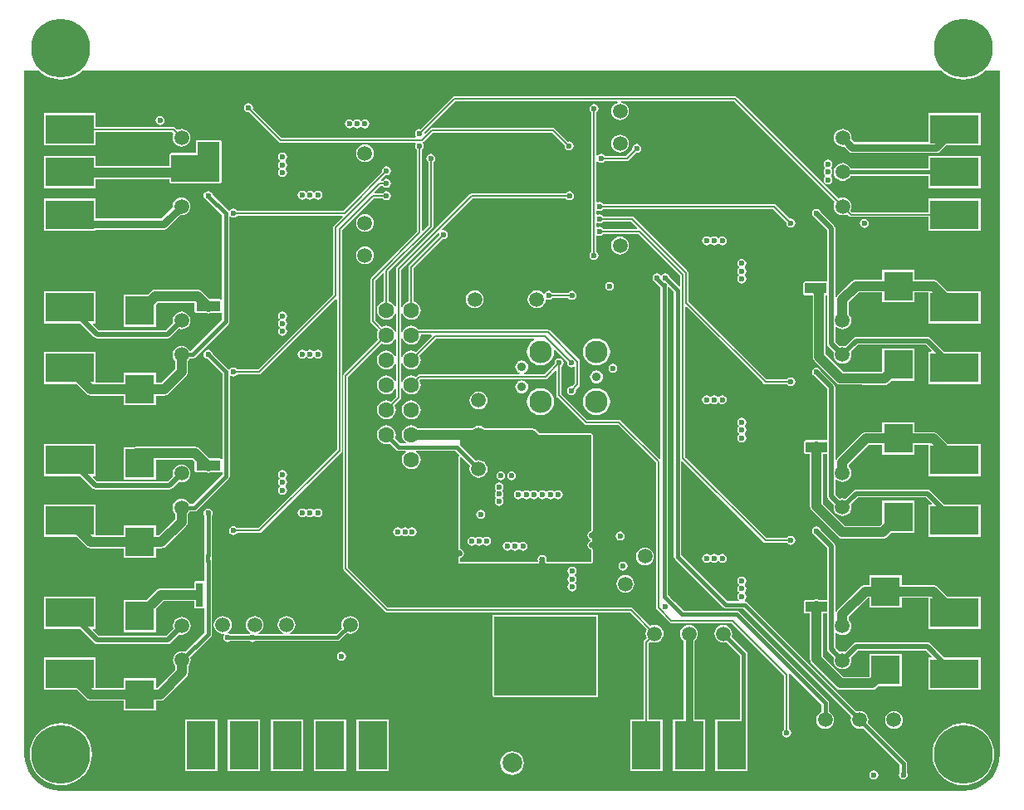
<source format=gbl>
%FSLAX25Y25*%
%MOIN*%
G70*
G01*
G75*
G04 Layer_Physical_Order=4*
G04 Layer_Color=16711680*
%ADD10C,0.01772*%
%ADD11C,0.01969*%
%ADD12R,0.06693X0.09843*%
%ADD13R,0.09843X0.06693*%
%ADD14R,0.03158X0.03827*%
%ADD15R,0.03827X0.03158*%
%ADD16R,0.08661X0.04724*%
%ADD17R,0.08661X0.13780*%
%ADD18R,0.06693X0.07874*%
%ADD19R,0.05315X0.01772*%
%ADD20R,0.06693X0.14567*%
%ADD21R,0.03150X0.01181*%
%ADD22R,0.01181X0.03150*%
%ADD23R,0.06693X0.06693*%
%ADD24C,0.03150*%
%ADD25R,0.03543X0.05906*%
%ADD26R,0.05906X0.03543*%
%ADD27R,0.19685X0.19685*%
%ADD28R,0.15354X0.24410*%
%ADD29R,0.12992X0.17323*%
%ADD30R,0.01575X0.03150*%
%ADD31R,0.03937X0.03543*%
%ADD32R,0.07087X0.15354*%
%ADD33R,0.05118X0.21654*%
%ADD34R,0.15354X0.07087*%
%ADD35R,0.21654X0.05118*%
%ADD36R,0.02362X0.01969*%
%ADD37R,0.01969X0.02362*%
%ADD38R,0.03543X0.02362*%
%ADD39R,0.02362X0.03543*%
%ADD40R,0.02756X0.05118*%
%ADD41R,0.05118X0.02756*%
%ADD42R,0.06890X0.04724*%
%ADD43R,0.04724X0.06890*%
%ADD44R,0.06299X0.22441*%
%ADD45R,0.22441X0.06299*%
%ADD46C,0.03937*%
%ADD47C,0.00787*%
%ADD48C,0.01181*%
%ADD49C,0.01575*%
%ADD50C,0.02362*%
%ADD51C,0.05906*%
%ADD52C,0.01378*%
%ADD53C,0.02953*%
%ADD54C,0.03150*%
%ADD55C,0.00591*%
%ADD56R,0.10433X0.04331*%
%ADD57R,0.09449X0.04331*%
%ADD58R,0.06200X0.08500*%
%ADD59R,0.08500X0.06200*%
%ADD60R,0.06200X0.17300*%
%ADD61R,0.04331X0.09449*%
%ADD62R,0.25000X0.04331*%
%ADD63R,0.09055X0.04331*%
%ADD64R,0.11417X0.09449*%
%ADD65R,0.07087X0.04331*%
%ADD66R,0.04232X0.02854*%
%ADD67C,0.23622*%
%ADD68C,0.05906*%
%ADD69C,0.09055*%
%ADD70C,0.03543*%
%ADD71C,0.07874*%
%ADD72C,0.06299*%
%ADD73C,0.02362*%
%ADD74C,0.02598*%
%ADD75C,0.04000*%
%ADD76C,0.17716*%
%ADD77C,0.03740*%
%ADD78C,0.11614*%
%ADD79C,0.10236*%
%ADD80C,0.02756*%
%ADD81C,0.07874*%
%ADD82R,0.05906X0.04232*%
%ADD83R,0.05915X0.03248*%
%ADD84R,0.11811X0.19685*%
%ADD85R,0.19685X0.11811*%
%ADD86R,0.11811X0.11811*%
%ADD87R,0.09055X0.08764*%
%ADD88R,0.09055X0.04331*%
%ADD89R,0.08563X0.04331*%
%ADD90R,0.19488X0.10925*%
%ADD91R,0.03051X0.09449*%
G36*
X195747Y-141732D02*
X195758Y-141791D01*
X195582Y-144026D01*
X195045Y-146263D01*
X194165Y-148388D01*
X192963Y-150350D01*
X191469Y-152099D01*
X189720Y-153593D01*
X187758Y-154795D01*
X185633Y-155675D01*
X183396Y-156212D01*
X181161Y-156388D01*
X181103Y-156377D01*
X-181102D01*
X-181161Y-156388D01*
X-183396Y-156212D01*
X-185633Y-155675D01*
X-187758Y-154795D01*
X-189720Y-153593D01*
X-191469Y-152099D01*
X-192963Y-150350D01*
X-194165Y-148388D01*
X-195045Y-146263D01*
X-195582Y-144026D01*
X-195758Y-141791D01*
X-195747Y-141732D01*
Y132972D01*
X-189930D01*
X-189899Y132936D01*
X-188414Y131668D01*
X-186750Y130648D01*
X-184947Y129901D01*
X-183048Y129446D01*
X-181102Y129292D01*
X-179156Y129446D01*
X-177258Y129901D01*
X-175455Y130648D01*
X-173790Y131668D01*
X-172306Y132936D01*
X-172275Y132972D01*
X172275D01*
X172306Y132936D01*
X173790Y131668D01*
X175455Y130648D01*
X177258Y129901D01*
X179156Y129446D01*
X181102Y129292D01*
X183048Y129446D01*
X184947Y129901D01*
X186750Y130648D01*
X188414Y131668D01*
X189899Y132936D01*
X189930Y132972D01*
X195747D01*
Y-141732D01*
D02*
G37*
%LPC*%
G36*
X43305Y-52229D02*
X42614Y-52367D01*
X42028Y-52759D01*
X41636Y-53345D01*
X41499Y-54036D01*
X41636Y-54727D01*
X42028Y-55313D01*
X42614Y-55705D01*
X43305Y-55842D01*
X43997Y-55705D01*
X44583Y-55313D01*
X44974Y-54727D01*
X45112Y-54036D01*
X44974Y-53345D01*
X44583Y-52759D01*
X43997Y-52367D01*
X43305Y-52229D01*
D02*
G37*
G36*
X84331Y-61288D02*
X83639Y-61426D01*
X83053Y-61817D01*
X83006Y-61888D01*
X82506D01*
X82458Y-61817D01*
X81872Y-61426D01*
X81181Y-61288D01*
X80490Y-61426D01*
X79904Y-61817D01*
X79856Y-61888D01*
X79356D01*
X79309Y-61817D01*
X78723Y-61426D01*
X78031Y-61288D01*
X77340Y-61426D01*
X76754Y-61817D01*
X76363Y-62403D01*
X76225Y-63095D01*
X76363Y-63786D01*
X76754Y-64372D01*
X77340Y-64763D01*
X78031Y-64901D01*
X78723Y-64763D01*
X79309Y-64372D01*
X79356Y-64301D01*
X79856D01*
X79904Y-64372D01*
X80490Y-64763D01*
X81181Y-64901D01*
X81872Y-64763D01*
X82458Y-64372D01*
X82506Y-64301D01*
X83006D01*
X83053Y-64372D01*
X83639Y-64763D01*
X84331Y-64901D01*
X85022Y-64763D01*
X85608Y-64372D01*
X86000Y-63786D01*
X86137Y-63095D01*
X86000Y-62403D01*
X85608Y-61817D01*
X85022Y-61426D01*
X84331Y-61288D01*
D02*
G37*
G36*
X-77953Y-42973D02*
X-78644Y-43111D01*
X-79230Y-43502D01*
X-79278Y-43573D01*
X-79778D01*
X-79825Y-43502D01*
X-80411Y-43111D01*
X-81102Y-42973D01*
X-81794Y-43111D01*
X-82380Y-43502D01*
X-82427Y-43573D01*
X-82927D01*
X-82975Y-43502D01*
X-83561Y-43111D01*
X-84252Y-42973D01*
X-84943Y-43111D01*
X-85529Y-43502D01*
X-85921Y-44088D01*
X-86058Y-44780D01*
X-85921Y-45471D01*
X-85529Y-46057D01*
X-84943Y-46448D01*
X-84252Y-46586D01*
X-83561Y-46448D01*
X-82975Y-46057D01*
X-82927Y-45986D01*
X-82427D01*
X-82380Y-46057D01*
X-81794Y-46448D01*
X-81102Y-46586D01*
X-80411Y-46448D01*
X-79825Y-46057D01*
X-79778Y-45986D01*
X-79278D01*
X-79230Y-46057D01*
X-78644Y-46448D01*
X-77953Y-46586D01*
X-77262Y-46448D01*
X-76675Y-46057D01*
X-76284Y-45471D01*
X-76146Y-44780D01*
X-76284Y-44088D01*
X-76675Y-43502D01*
X-77262Y-43111D01*
X-77953Y-42973D01*
D02*
G37*
G36*
X-40112Y-50556D02*
X-40803Y-50693D01*
X-41389Y-51085D01*
X-41734D01*
X-42320Y-50693D01*
X-43012Y-50556D01*
X-43703Y-50693D01*
X-44289Y-51085D01*
X-44635D01*
X-45221Y-50693D01*
X-45912Y-50556D01*
X-46603Y-50693D01*
X-47189Y-51085D01*
X-47581Y-51671D01*
X-47718Y-52362D01*
X-47581Y-53053D01*
X-47189Y-53640D01*
X-46603Y-54031D01*
X-45912Y-54169D01*
X-45221Y-54031D01*
X-44635Y-53640D01*
X-44289D01*
X-43703Y-54031D01*
X-43012Y-54169D01*
X-42320Y-54031D01*
X-41734Y-53640D01*
X-41389D01*
X-40803Y-54031D01*
X-40112Y-54169D01*
X-39421Y-54031D01*
X-38835Y-53640D01*
X-38443Y-53053D01*
X-38305Y-52362D01*
X-38443Y-51671D01*
X-38835Y-51085D01*
X-39421Y-50693D01*
X-40112Y-50556D01*
D02*
G37*
G36*
X-122047Y-43075D02*
X-122739Y-43213D01*
X-123325Y-43605D01*
X-123716Y-44191D01*
X-123854Y-44882D01*
X-123716Y-45573D01*
X-123553Y-45818D01*
Y-61781D01*
X-123554Y-61789D01*
Y-63990D01*
X-123553Y-63999D01*
Y-72036D01*
X-123968Y-72313D01*
X-124016Y-72294D01*
X-127067D01*
X-127519Y-72481D01*
X-127706Y-72933D01*
Y-75076D01*
X-140945D01*
X-141613Y-75164D01*
X-141871Y-75271D01*
X-142235Y-75422D01*
X-142770Y-75832D01*
X-146662Y-79724D01*
X-155905D01*
Y-92716D01*
X-142913D01*
Y-83276D01*
X-139876Y-80239D01*
X-127706D01*
Y-82382D01*
X-127519Y-82834D01*
X-127067Y-83021D01*
X-124016D01*
X-123968Y-83002D01*
X-123553Y-83279D01*
Y-92784D01*
X-131370Y-100602D01*
X-131652Y-100485D01*
X-132577Y-100363D01*
X-133502Y-100485D01*
X-134364Y-100842D01*
X-135104Y-101410D01*
X-135672Y-102150D01*
X-136029Y-103012D01*
X-136151Y-103937D01*
X-136029Y-104862D01*
X-135672Y-105724D01*
X-135158Y-106394D01*
Y-107886D01*
X-142408Y-115135D01*
X-142913D01*
Y-111221D01*
X-155905D01*
Y-115135D01*
X-167126D01*
Y-102823D01*
X-187992D01*
Y-115815D01*
X-174713D01*
X-170987Y-119542D01*
X-170452Y-119952D01*
X-170087Y-120103D01*
X-169829Y-120210D01*
X-169161Y-120298D01*
X-155905D01*
Y-124213D01*
X-142913D01*
Y-120298D01*
X-141339D01*
X-140671Y-120210D01*
X-140359Y-120081D01*
X-140048Y-119952D01*
X-139513Y-119542D01*
X-130752Y-110780D01*
X-130342Y-110246D01*
X-130159Y-109806D01*
X-130084Y-109623D01*
X-129996Y-108955D01*
Y-106394D01*
X-129482Y-105724D01*
X-129125Y-104862D01*
X-129003Y-103937D01*
X-129125Y-103012D01*
X-129242Y-102730D01*
X-120983Y-94472D01*
X-120657Y-93983D01*
X-120542Y-93407D01*
Y-63992D01*
X-120544Y-63984D01*
Y-61795D01*
X-120542Y-61787D01*
Y-45818D01*
X-120378Y-45573D01*
X-120241Y-44882D01*
X-120378Y-44191D01*
X-120770Y-43605D01*
X-121356Y-43213D01*
X-122047Y-43075D01*
D02*
G37*
G36*
X24016Y-66402D02*
X23325Y-66540D01*
X22738Y-66931D01*
X22347Y-67517D01*
X22209Y-68209D01*
X22347Y-68900D01*
X22738Y-69486D01*
X22809Y-69533D01*
Y-70034D01*
X22738Y-70081D01*
X22347Y-70667D01*
X22209Y-71358D01*
X22347Y-72049D01*
X22738Y-72636D01*
X22809Y-72683D01*
Y-73183D01*
X22738Y-73231D01*
X22347Y-73817D01*
X22209Y-74508D01*
X22347Y-75199D01*
X22738Y-75785D01*
X23325Y-76177D01*
X24016Y-76314D01*
X24707Y-76177D01*
X25293Y-75785D01*
X25685Y-75199D01*
X25822Y-74508D01*
X25685Y-73817D01*
X25293Y-73231D01*
X25222Y-73183D01*
Y-72683D01*
X25293Y-72636D01*
X25685Y-72049D01*
X25822Y-71358D01*
X25685Y-70667D01*
X25293Y-70081D01*
X25222Y-70034D01*
Y-69533D01*
X25293Y-69486D01*
X25685Y-68900D01*
X25822Y-68209D01*
X25685Y-67517D01*
X25293Y-66931D01*
X24707Y-66540D01*
X24016Y-66402D01*
D02*
G37*
G36*
X53347Y-58729D02*
X52421Y-58851D01*
X51560Y-59207D01*
X50819Y-59776D01*
X50251Y-60516D01*
X49894Y-61378D01*
X49773Y-62303D01*
X49894Y-63228D01*
X50251Y-64090D01*
X50819Y-64830D01*
X51560Y-65398D01*
X52421Y-65755D01*
X53347Y-65877D01*
X54272Y-65755D01*
X55133Y-65398D01*
X55874Y-64830D01*
X56441Y-64090D01*
X56799Y-63228D01*
X56920Y-62303D01*
X56799Y-61378D01*
X56441Y-60516D01*
X55874Y-59776D01*
X55133Y-59207D01*
X54272Y-58851D01*
X53347Y-58729D01*
D02*
G37*
G36*
X44488Y-64434D02*
X43797Y-64571D01*
X43211Y-64963D01*
X42819Y-65549D01*
X42682Y-66240D01*
X42819Y-66931D01*
X43211Y-67518D01*
X43797Y-67909D01*
X44488Y-68046D01*
X45180Y-67909D01*
X45766Y-67518D01*
X46157Y-66931D01*
X46295Y-66240D01*
X46157Y-65549D01*
X45766Y-64963D01*
X45180Y-64571D01*
X44488Y-64434D01*
D02*
G37*
G36*
X-92126Y-27619D02*
X-92817Y-27756D01*
X-93403Y-28148D01*
X-93795Y-28734D01*
X-93932Y-29425D01*
X-93795Y-30117D01*
X-93403Y-30702D01*
X-93332Y-30750D01*
Y-31250D01*
X-93403Y-31297D01*
X-93795Y-31883D01*
X-93932Y-32575D01*
X-93795Y-33266D01*
X-93403Y-33852D01*
X-93332Y-33900D01*
Y-34400D01*
X-93403Y-34447D01*
X-93795Y-35033D01*
X-93932Y-35724D01*
X-93795Y-36416D01*
X-93403Y-37002D01*
X-92817Y-37393D01*
X-92126Y-37531D01*
X-91435Y-37393D01*
X-90849Y-37002D01*
X-90457Y-36416D01*
X-90320Y-35724D01*
X-90457Y-35033D01*
X-90849Y-34447D01*
X-90920Y-34400D01*
Y-33900D01*
X-90849Y-33852D01*
X-90457Y-33266D01*
X-90320Y-32575D01*
X-90457Y-31883D01*
X-90849Y-31297D01*
X-90920Y-31250D01*
Y-30750D01*
X-90849Y-30702D01*
X-90457Y-30117D01*
X-90320Y-29425D01*
X-90457Y-28734D01*
X-90849Y-28148D01*
X-91435Y-27756D01*
X-92126Y-27619D01*
D02*
G37*
G36*
X11358Y5303D02*
X9945Y5117D01*
X8628Y4571D01*
X7497Y3703D01*
X6630Y2573D01*
X6084Y1256D01*
X5898Y-158D01*
X6084Y-1571D01*
X6630Y-2888D01*
X7497Y-4018D01*
X8628Y-4886D01*
X9945Y-5432D01*
X11358Y-5618D01*
X12772Y-5432D01*
X14088Y-4886D01*
X15219Y-4018D01*
X16087Y-2888D01*
X16632Y-1571D01*
X16818Y-158D01*
X16632Y1256D01*
X16087Y2573D01*
X15219Y3703D01*
X14088Y4571D01*
X12772Y5117D01*
X11358Y5303D01*
D02*
G37*
G36*
X-40472Y367D02*
X-41449Y238D01*
X-42359Y-138D01*
X-43140Y-738D01*
X-43739Y-1519D01*
X-44116Y-2429D01*
X-44245Y-3405D01*
X-44116Y-4382D01*
X-43739Y-5292D01*
X-43140Y-6073D01*
X-42359Y-6673D01*
X-41449Y-7049D01*
X-40472Y-7178D01*
X-39496Y-7049D01*
X-38586Y-6673D01*
X-37805Y-6073D01*
X-37205Y-5292D01*
X-36829Y-4382D01*
X-36700Y-3405D01*
X-36829Y-2429D01*
X-37205Y-1519D01*
X-37805Y-738D01*
X-38586Y-138D01*
X-39496Y238D01*
X-40472Y367D01*
D02*
G37*
G36*
X-13484Y3968D02*
X-14409Y3846D01*
X-15271Y3489D01*
X-16011Y2921D01*
X-16579Y2181D01*
X-16936Y1319D01*
X-17058Y394D01*
X-16936Y-531D01*
X-16579Y-1393D01*
X-16011Y-2133D01*
X-15271Y-2701D01*
X-14409Y-3058D01*
X-13484Y-3180D01*
X-12559Y-3058D01*
X-11697Y-2701D01*
X-10957Y-2133D01*
X-10389Y-1393D01*
X-10032Y-531D01*
X-9910Y394D01*
X-10032Y1319D01*
X-10389Y2181D01*
X-10957Y2921D01*
X-11697Y3489D01*
X-12559Y3846D01*
X-13484Y3968D01*
D02*
G37*
G36*
X33858Y5303D02*
X32445Y5117D01*
X31128Y4571D01*
X29997Y3703D01*
X29130Y2573D01*
X28584Y1256D01*
X28398Y-158D01*
X28584Y-1571D01*
X29130Y-2888D01*
X29997Y-4018D01*
X31128Y-4886D01*
X32445Y-5432D01*
X33858Y-5618D01*
X35271Y-5432D01*
X36588Y-4886D01*
X37719Y-4018D01*
X38587Y-2888D01*
X39132Y-1571D01*
X39318Y-158D01*
X39132Y1256D01*
X38587Y2573D01*
X37719Y3703D01*
X36588Y4571D01*
X35271Y5117D01*
X33858Y5303D01*
D02*
G37*
G36*
X-40472Y-9633D02*
X-41449Y-9762D01*
X-42359Y-10138D01*
X-43140Y-10738D01*
X-43739Y-11519D01*
X-44116Y-12429D01*
X-44245Y-13406D01*
X-44116Y-14382D01*
X-43739Y-15292D01*
X-43140Y-16073D01*
X-42679Y-16427D01*
X-42840Y-16900D01*
X-44849D01*
X-46986Y-14763D01*
X-46829Y-14382D01*
X-46700Y-13406D01*
X-46829Y-12429D01*
X-47205Y-11519D01*
X-47805Y-10738D01*
X-48586Y-10138D01*
X-49496Y-9762D01*
X-50472Y-9633D01*
X-51449Y-9762D01*
X-52359Y-10138D01*
X-53140Y-10738D01*
X-53739Y-11519D01*
X-54116Y-12429D01*
X-54245Y-13406D01*
X-54116Y-14382D01*
X-53739Y-15292D01*
X-53140Y-16073D01*
X-52359Y-16672D01*
X-51449Y-17049D01*
X-50472Y-17178D01*
X-49496Y-17049D01*
X-49115Y-16892D01*
X-46537Y-19470D01*
X-46049Y-19796D01*
X-45472Y-19911D01*
X-42840D01*
X-42679Y-20384D01*
X-43140Y-20738D01*
X-43739Y-21519D01*
X-44116Y-22429D01*
X-44245Y-23405D01*
X-44116Y-24382D01*
X-43739Y-25292D01*
X-43140Y-26073D01*
X-42359Y-26673D01*
X-41449Y-27049D01*
X-40472Y-27178D01*
X-39496Y-27049D01*
X-38586Y-26673D01*
X-37805Y-26073D01*
X-37205Y-25292D01*
X-36829Y-24382D01*
X-36700Y-23405D01*
X-36829Y-22429D01*
X-37205Y-21519D01*
X-37805Y-20738D01*
X-38586Y-20139D01*
X-38541Y-19911D01*
X-22868D01*
X-21273Y-21506D01*
X-21370Y-21996D01*
X-21417Y-22015D01*
X-21465Y-22133D01*
X-21555Y-22222D01*
Y-22350D01*
X-21604Y-22467D01*
Y-38583D01*
Y-59237D01*
X-21532Y-59409D01*
X-21496Y-59592D01*
X-21442Y-59628D01*
X-21417Y-59689D01*
X-21244Y-59760D01*
X-21089Y-59864D01*
X-20621Y-59957D01*
X-20246Y-60207D01*
X-19996Y-60582D01*
X-19908Y-61024D01*
X-19996Y-61466D01*
X-20246Y-61840D01*
X-20621Y-62090D01*
X-21089Y-62183D01*
X-21244Y-62287D01*
X-21417Y-62358D01*
X-21442Y-62419D01*
X-21496Y-62455D01*
X-21532Y-62638D01*
X-21604Y-62810D01*
Y-64567D01*
X-21417Y-65019D01*
X-20965Y-65206D01*
X10130D01*
X10219Y-65169D01*
X10315Y-65179D01*
X10437Y-65079D01*
X10582Y-65019D01*
X10619Y-64930D01*
X10694Y-64868D01*
X10903Y-64477D01*
X10924Y-64262D01*
X10966Y-64051D01*
X10853Y-63484D01*
X10941Y-63042D01*
X11191Y-62668D01*
X11566Y-62418D01*
X12008Y-62330D01*
X12450Y-62418D01*
X12824Y-62668D01*
X13075Y-63042D01*
X13162Y-63484D01*
X13050Y-64051D01*
X13092Y-64262D01*
X13113Y-64477D01*
X13322Y-64868D01*
X13397Y-64930D01*
X13434Y-65019D01*
X13579Y-65079D01*
X13700Y-65179D01*
X13797Y-65169D01*
X13886Y-65206D01*
X31693D01*
X32145Y-65019D01*
X32332Y-64567D01*
Y-59435D01*
X32261Y-59263D01*
X32224Y-59080D01*
X32170Y-59043D01*
X32145Y-58983D01*
X31973Y-58912D01*
X31818Y-58808D01*
X31524Y-58750D01*
X31150Y-58499D01*
X30899Y-58125D01*
X30811Y-57683D01*
X30899Y-57241D01*
X31150Y-56866D01*
X31524Y-56616D01*
X31649Y-56591D01*
X31804Y-56488D01*
X31976Y-56416D01*
X32001Y-56356D01*
X32056Y-56319D01*
X32092Y-56137D01*
X32164Y-55964D01*
Y-55464D01*
X32092Y-55292D01*
X32056Y-55109D01*
X32001Y-55073D01*
X31976Y-55012D01*
X31804Y-54941D01*
X31649Y-54837D01*
X31524Y-54813D01*
X31150Y-54562D01*
X30899Y-54188D01*
X30811Y-53746D01*
X30899Y-53304D01*
X31150Y-52929D01*
X31524Y-52679D01*
X31818Y-52621D01*
X31973Y-52517D01*
X32145Y-52446D01*
X32170Y-52385D01*
X32224Y-52349D01*
X32261Y-52166D01*
X32332Y-51994D01*
Y-13583D01*
X32145Y-13131D01*
X31693Y-12944D01*
X10983D01*
X9620Y-11580D01*
X9086Y-11170D01*
X8775Y-11041D01*
X8463Y-10912D01*
X7795Y-10824D01*
X-11028D01*
X-11697Y-10311D01*
X-12559Y-9953D01*
X-13484Y-9832D01*
X-14409Y-9953D01*
X-15271Y-10311D01*
X-15941Y-10824D01*
X-37739D01*
X-37805Y-10738D01*
X-38586Y-10138D01*
X-39496Y-9762D01*
X-40472Y-9633D01*
D02*
G37*
G36*
X-167126Y-17039D02*
X-187992D01*
Y-30031D01*
X-173334D01*
X-168470Y-34895D01*
X-168470Y-34895D01*
X-168122Y-35128D01*
X-167949Y-35243D01*
X-167335Y-35366D01*
X-167335Y-35366D01*
X-137500D01*
X-137500Y-35366D01*
X-136987Y-35263D01*
X-136885Y-35243D01*
X-136365Y-34895D01*
X-136365Y-34895D01*
X-136365Y-34895D01*
X-133783Y-32314D01*
X-133602Y-32389D01*
X-132677Y-32511D01*
X-131752Y-32389D01*
X-130890Y-32032D01*
X-130150Y-31464D01*
X-129582Y-30724D01*
X-129225Y-29862D01*
X-129103Y-28937D01*
X-129225Y-28012D01*
X-129582Y-27150D01*
X-130150Y-26410D01*
X-130890Y-25842D01*
X-131752Y-25485D01*
X-132677Y-25363D01*
X-133602Y-25485D01*
X-134464Y-25842D01*
X-135204Y-26410D01*
X-135772Y-27150D01*
X-136129Y-28012D01*
X-136251Y-28937D01*
X-136129Y-29862D01*
X-136054Y-30043D01*
X-138165Y-32154D01*
X-166670D01*
X-168330Y-30493D01*
X-168139Y-30031D01*
X-167126D01*
Y-17039D01*
D02*
G37*
G36*
X122126Y13515D02*
X121435Y13377D01*
X120849Y12986D01*
X120457Y12400D01*
X120320Y11709D01*
X120457Y11017D01*
X120849Y10431D01*
X121435Y10040D01*
X121546Y10018D01*
X126444Y5120D01*
Y-15561D01*
X126378Y-15605D01*
X122993D01*
X122794Y-15522D01*
X122126Y-15435D01*
X121458Y-15522D01*
X121259Y-15605D01*
X117815D01*
X117363Y-15792D01*
X117176Y-16244D01*
Y-18971D01*
X117170Y-19000D01*
X117176Y-19029D01*
Y-20575D01*
X117363Y-21027D01*
X117815Y-21214D01*
X119545D01*
Y-42106D01*
X119633Y-42774D01*
X119740Y-43032D01*
X119891Y-43397D01*
X120301Y-43931D01*
X130754Y-54384D01*
X131288Y-54794D01*
D01*
D01*
Y-54794D01*
X131288Y-54794D01*
D01*
D01*
X131288D01*
Y-54794D01*
D01*
X131288D01*
Y-54794D01*
X131911Y-55052D01*
X132579Y-55140D01*
X148886D01*
X149554Y-55052D01*
X149812Y-54945D01*
X150176Y-54794D01*
X150711Y-54384D01*
X152174Y-52921D01*
X161516D01*
Y-39929D01*
X148524D01*
Y-49271D01*
X147817Y-49978D01*
X133648D01*
X124707Y-41037D01*
Y-21214D01*
X126378D01*
X126444Y-21258D01*
Y-37992D01*
X126444Y-37992D01*
X126546Y-38505D01*
X126566Y-38607D01*
X126914Y-39127D01*
X126914Y-39127D01*
X126914Y-39128D01*
Y-39127D01*
X129200Y-41414D01*
X129125Y-41595D01*
X129003Y-42520D01*
X129125Y-43445D01*
X129482Y-44307D01*
X130050Y-45047D01*
X130790Y-45615D01*
X131652Y-45972D01*
X132577Y-46094D01*
X133502Y-45972D01*
X134364Y-45615D01*
X135104Y-45047D01*
X135672Y-44307D01*
X136029Y-43445D01*
X136151Y-42520D01*
X136029Y-41595D01*
X135954Y-41414D01*
X138754Y-38614D01*
X165957D01*
X168330Y-40987D01*
X168139Y-41449D01*
X167126D01*
Y-54441D01*
X187992D01*
Y-41449D01*
X173334D01*
X167757Y-35873D01*
X167236Y-35524D01*
X167135Y-35504D01*
X166622Y-35402D01*
X166622Y-35402D01*
X138089D01*
X137475Y-35524D01*
X136954Y-35873D01*
X136954Y-35873D01*
X133683Y-39143D01*
X133502Y-39068D01*
X132577Y-38946D01*
X131652Y-39068D01*
X131471Y-39143D01*
X129655Y-37327D01*
Y-31530D01*
X130104Y-31308D01*
X130790Y-31835D01*
X131652Y-32192D01*
X132577Y-32314D01*
X133502Y-32192D01*
X134364Y-31835D01*
X135104Y-31267D01*
X135672Y-30527D01*
X136029Y-29665D01*
X136151Y-28740D01*
X136029Y-27815D01*
X135672Y-26953D01*
X135158Y-26283D01*
Y-25382D01*
X143030Y-17510D01*
X148524D01*
Y-21425D01*
X161516D01*
Y-17510D01*
X167126D01*
Y-30031D01*
X187992D01*
Y-17039D01*
X174713D01*
X170778Y-13104D01*
X170243Y-12694D01*
X169932Y-12565D01*
X169621Y-12436D01*
X168953Y-12348D01*
X161516D01*
Y-8433D01*
X148524D01*
Y-12348D01*
X141961D01*
X141293Y-12436D01*
X140981Y-12565D01*
X140670Y-12694D01*
X140136Y-13104D01*
X130752Y-22488D01*
X130342Y-23022D01*
X130213Y-23333D01*
X130146Y-23496D01*
X129655Y-23398D01*
Y5785D01*
X129655Y5785D01*
X129553Y6297D01*
X129533Y6400D01*
X129185Y6920D01*
X129185Y6920D01*
X123817Y12288D01*
X123795Y12400D01*
X123403Y12986D01*
X122817Y13377D01*
X122126Y13515D01*
D02*
G37*
G36*
X92205Y-6564D02*
X91513Y-6701D01*
X90927Y-7093D01*
X90536Y-7679D01*
X90398Y-8370D01*
X90536Y-9061D01*
X90927Y-9647D01*
X90999Y-9695D01*
Y-10195D01*
X90927Y-10242D01*
X90536Y-10828D01*
X90398Y-11520D01*
X90536Y-12211D01*
X90927Y-12797D01*
X90999Y-12844D01*
Y-13344D01*
X90927Y-13392D01*
X90536Y-13978D01*
X90398Y-14669D01*
X90536Y-15360D01*
X90927Y-15947D01*
X91513Y-16338D01*
X92205Y-16476D01*
X92896Y-16338D01*
X93482Y-15947D01*
X93874Y-15360D01*
X94011Y-14669D01*
X93874Y-13978D01*
X93482Y-13392D01*
X93411Y-13344D01*
Y-12844D01*
X93482Y-12797D01*
X93874Y-12211D01*
X94011Y-11520D01*
X93874Y-10828D01*
X93482Y-10242D01*
X93411Y-10195D01*
Y-9695D01*
X93482Y-9647D01*
X93874Y-9061D01*
X94011Y-8370D01*
X93874Y-7679D01*
X93482Y-7093D01*
X92896Y-6701D01*
X92205Y-6564D01*
D02*
G37*
G36*
X45472Y-69752D02*
X44547Y-69874D01*
X43685Y-70231D01*
X42945Y-70799D01*
X42377Y-71539D01*
X42020Y-72401D01*
X41899Y-73326D01*
X42020Y-74251D01*
X42377Y-75113D01*
X42945Y-75853D01*
X43685Y-76421D01*
X44547Y-76778D01*
X45472Y-76900D01*
X46397Y-76778D01*
X47259Y-76421D01*
X48000Y-75853D01*
X48568Y-75113D01*
X48924Y-74251D01*
X49046Y-73326D01*
X48924Y-72401D01*
X48568Y-71539D01*
X48000Y-70799D01*
X47259Y-70231D01*
X46397Y-69874D01*
X45472Y-69752D01*
D02*
G37*
G36*
X-101083Y-127756D02*
X-114075D01*
Y-148622D01*
X-101083D01*
Y-127756D01*
D02*
G37*
G36*
X-118307D02*
X-131299D01*
Y-148622D01*
X-118307D01*
Y-127756D01*
D02*
G37*
G36*
X-66634D02*
X-79626D01*
Y-148622D01*
X-66634D01*
Y-127756D01*
D02*
G37*
G36*
X-83858D02*
X-96850D01*
Y-148622D01*
X-83858D01*
Y-127756D01*
D02*
G37*
G36*
X181102Y-129292D02*
X179156Y-129446D01*
X177258Y-129901D01*
X175455Y-130648D01*
X173790Y-131668D01*
X172306Y-132936D01*
X171038Y-134420D01*
X170018Y-136085D01*
X169271Y-137888D01*
X168816Y-139786D01*
X168662Y-141732D01*
X168816Y-143678D01*
X169271Y-145576D01*
X170018Y-147380D01*
X171038Y-149044D01*
X172306Y-150529D01*
X173790Y-151796D01*
X175455Y-152816D01*
X177258Y-153563D01*
X179156Y-154019D01*
X181102Y-154172D01*
X183048Y-154019D01*
X184947Y-153563D01*
X186750Y-152816D01*
X188414Y-151796D01*
X189899Y-150529D01*
X191166Y-149044D01*
X192186Y-147380D01*
X192933Y-145576D01*
X193389Y-143678D01*
X193542Y-141732D01*
X193389Y-139786D01*
X192933Y-137888D01*
X192186Y-136085D01*
X191166Y-134420D01*
X189899Y-132936D01*
X188414Y-131668D01*
X186750Y-130648D01*
X184947Y-129901D01*
X183048Y-129446D01*
X181102Y-129292D01*
D02*
G37*
G36*
X-181102D02*
X-183048Y-129446D01*
X-184947Y-129901D01*
X-186750Y-130648D01*
X-188414Y-131668D01*
X-189899Y-132936D01*
X-191166Y-134420D01*
X-192186Y-136085D01*
X-192933Y-137888D01*
X-193389Y-139786D01*
X-193542Y-141732D01*
X-193389Y-143678D01*
X-192933Y-145576D01*
X-192186Y-147380D01*
X-191166Y-149044D01*
X-189899Y-150529D01*
X-188414Y-151796D01*
X-186750Y-152816D01*
X-184947Y-153563D01*
X-183048Y-154019D01*
X-181102Y-154172D01*
X-179156Y-154019D01*
X-177258Y-153563D01*
X-175455Y-152816D01*
X-173790Y-151796D01*
X-172306Y-150529D01*
X-171038Y-149044D01*
X-170018Y-147380D01*
X-169271Y-145576D01*
X-168816Y-143678D01*
X-168662Y-141732D01*
X-168816Y-139786D01*
X-169271Y-137888D01*
X-170018Y-136085D01*
X-171038Y-134420D01*
X-172306Y-132936D01*
X-173790Y-131668D01*
X-175455Y-130648D01*
X-177258Y-129901D01*
X-179156Y-129446D01*
X-181102Y-129292D01*
D02*
G37*
G36*
X0Y-140510D02*
X-1233Y-140673D01*
X-2383Y-141149D01*
X-3370Y-141906D01*
X-4127Y-142893D01*
X-4603Y-144042D01*
X-4765Y-145276D01*
X-4603Y-146509D01*
X-4127Y-147658D01*
X-3370Y-148645D01*
X-2383Y-149402D01*
X-1233Y-149878D01*
X0Y-150041D01*
X1233Y-149878D01*
X2383Y-149402D01*
X3370Y-148645D01*
X4127Y-147658D01*
X4603Y-146509D01*
X4765Y-145276D01*
X4603Y-144042D01*
X4127Y-142893D01*
X3370Y-141906D01*
X2383Y-141149D01*
X1233Y-140673D01*
X0Y-140510D01*
D02*
G37*
G36*
X145177Y-148194D02*
X144486Y-148331D01*
X143900Y-148723D01*
X143508Y-149309D01*
X143371Y-150000D01*
X143508Y-150691D01*
X143900Y-151277D01*
X144486Y-151669D01*
X145177Y-151806D01*
X145868Y-151669D01*
X146455Y-151277D01*
X146846Y-150691D01*
X146984Y-150000D01*
X146846Y-149309D01*
X146455Y-148723D01*
X145868Y-148331D01*
X145177Y-148194D01*
D02*
G37*
G36*
X-49409Y-127756D02*
X-62402D01*
Y-148622D01*
X-49409D01*
Y-127756D01*
D02*
G37*
G36*
X-167126Y-78413D02*
X-187992D01*
Y-91405D01*
X-173334D01*
X-167738Y-97001D01*
X-167738D01*
X-167738Y-97001D01*
X-167738D01*
X-167738Y-97001D01*
Y-97001D01*
X-167738Y-97001D01*
Y-97001D01*
X-167217Y-97350D01*
X-167115Y-97370D01*
X-166602Y-97472D01*
X-166602Y-97472D01*
X-138286D01*
X-138286Y-97472D01*
X-137773Y-97370D01*
X-137671Y-97350D01*
X-137151Y-97001D01*
X-137150Y-97001D01*
X-137151Y-97001D01*
X-133683Y-93534D01*
X-133502Y-93610D01*
X-132577Y-93731D01*
X-131652Y-93610D01*
X-130790Y-93252D01*
X-130050Y-92685D01*
X-129482Y-91944D01*
X-129125Y-91083D01*
X-129003Y-90158D01*
X-129125Y-89232D01*
X-129482Y-88371D01*
X-130050Y-87630D01*
X-130790Y-87062D01*
X-131652Y-86705D01*
X-132577Y-86584D01*
X-133502Y-86705D01*
X-134364Y-87062D01*
X-135104Y-87630D01*
X-135672Y-88371D01*
X-136029Y-89232D01*
X-136151Y-90158D01*
X-136029Y-91083D01*
X-135954Y-91264D01*
X-138951Y-94261D01*
X-165937D01*
X-168330Y-91867D01*
X-168139Y-91405D01*
X-167126D01*
Y-78413D01*
D02*
G37*
G36*
X-68504Y-100556D02*
X-69195Y-100693D01*
X-69781Y-101085D01*
X-70173Y-101671D01*
X-70310Y-102362D01*
X-70173Y-103053D01*
X-69781Y-103639D01*
X-69195Y-104031D01*
X-68504Y-104169D01*
X-67813Y-104031D01*
X-67227Y-103639D01*
X-66835Y-103053D01*
X-66698Y-102362D01*
X-66835Y-101671D01*
X-67227Y-101085D01*
X-67813Y-100693D01*
X-68504Y-100556D01*
D02*
G37*
G36*
X122126Y-50265D02*
X121435Y-50402D01*
X120849Y-50794D01*
X120457Y-51380D01*
X120320Y-52071D01*
X120457Y-52762D01*
X120849Y-53348D01*
X121435Y-53740D01*
X121546Y-53762D01*
X126444Y-58660D01*
Y-79636D01*
X126378Y-79680D01*
X122993D01*
X122794Y-79597D01*
X122126Y-79509D01*
X121458Y-79597D01*
X121259Y-79680D01*
X117815D01*
X117363Y-79867D01*
X117176Y-80319D01*
Y-83046D01*
X117170Y-83075D01*
X117176Y-83104D01*
Y-84650D01*
X117363Y-85102D01*
X117815Y-85289D01*
X119545D01*
Y-103622D01*
X119633Y-104290D01*
X119740Y-104548D01*
X119891Y-104913D01*
X120301Y-105447D01*
X129966Y-115112D01*
X130501Y-115523D01*
X130812Y-115652D01*
X131123Y-115781D01*
X131791Y-115868D01*
X144390D01*
X145058Y-115781D01*
X145316Y-115674D01*
X145680Y-115523D01*
X146215Y-115112D01*
X146957Y-114370D01*
X156299D01*
Y-101378D01*
X143307D01*
Y-110706D01*
X132861D01*
X124707Y-102553D01*
Y-85289D01*
X126378D01*
X126444Y-85333D01*
Y-99508D01*
X126444Y-99508D01*
X126546Y-100020D01*
X126566Y-100122D01*
X126914Y-100643D01*
X126914Y-100643D01*
X126914Y-100643D01*
Y-100643D01*
X129200Y-102929D01*
X129125Y-103110D01*
X129003Y-104035D01*
X129125Y-104960D01*
X129482Y-105822D01*
X130050Y-106562D01*
X130790Y-107131D01*
X131652Y-107487D01*
X132577Y-107609D01*
X133502Y-107487D01*
X134364Y-107131D01*
X135104Y-106562D01*
X135672Y-105822D01*
X136029Y-104960D01*
X136151Y-104035D01*
X136029Y-103110D01*
X135954Y-102929D01*
X138853Y-100031D01*
X166000D01*
X168330Y-102361D01*
X168139Y-102823D01*
X167126D01*
Y-115815D01*
X187992D01*
Y-102823D01*
X173334D01*
X167801Y-97290D01*
X167280Y-96942D01*
X167178Y-96921D01*
X166665Y-96820D01*
X166665Y-96820D01*
X138187D01*
X137573Y-96942D01*
X137052Y-97290D01*
X137052Y-97290D01*
X133683Y-100658D01*
X133502Y-100583D01*
X132577Y-100462D01*
X131652Y-100583D01*
X131471Y-100658D01*
X129655Y-98843D01*
Y-93045D01*
X130104Y-92824D01*
X130790Y-93351D01*
X131652Y-93708D01*
X132577Y-93830D01*
X133502Y-93708D01*
X134364Y-93351D01*
X135104Y-92783D01*
X135672Y-92043D01*
X136029Y-91181D01*
X136151Y-90256D01*
X136029Y-89331D01*
X135672Y-88469D01*
X135158Y-87799D01*
Y-86504D01*
X142703Y-78959D01*
X143307D01*
Y-82874D01*
X156299D01*
Y-78959D01*
X167126D01*
Y-91405D01*
X187992D01*
Y-78413D01*
X174713D01*
X170853Y-74553D01*
X170318Y-74143D01*
X169954Y-73992D01*
X169696Y-73885D01*
X169028Y-73797D01*
X156299D01*
Y-69882D01*
X143307D01*
Y-73797D01*
X141634D01*
X140966Y-73885D01*
X140784Y-73960D01*
X140343Y-74143D01*
X139809Y-74553D01*
X130752Y-83609D01*
X130342Y-84144D01*
X130247Y-84374D01*
X130146Y-84618D01*
X129655Y-84520D01*
Y-57995D01*
X129655Y-57995D01*
X129553Y-57482D01*
X129533Y-57380D01*
X129185Y-56859D01*
X129185Y-56859D01*
X123817Y-51491D01*
X123795Y-51380D01*
X123403Y-50794D01*
X122817Y-50402D01*
X122126Y-50265D01*
D02*
G37*
G36*
X-64961Y-86189D02*
X-65886Y-86311D01*
X-66748Y-86668D01*
X-67488Y-87236D01*
X-68056Y-87976D01*
X-68413Y-88838D01*
X-68534Y-89763D01*
X-68413Y-90688D01*
X-68255Y-91070D01*
X-70661Y-93477D01*
X-88977D01*
X-89074Y-92987D01*
X-88764Y-92858D01*
X-88024Y-92290D01*
X-87456Y-91550D01*
X-87099Y-90688D01*
X-86977Y-89763D01*
X-87099Y-88838D01*
X-87456Y-87976D01*
X-88024Y-87236D01*
X-88764Y-86668D01*
X-89626Y-86311D01*
X-90551Y-86189D01*
X-91476Y-86311D01*
X-92338Y-86668D01*
X-93078Y-87236D01*
X-93646Y-87976D01*
X-94003Y-88838D01*
X-94125Y-89763D01*
X-94003Y-90688D01*
X-93646Y-91550D01*
X-93078Y-92290D01*
X-92338Y-92858D01*
X-92028Y-92987D01*
X-92126Y-93477D01*
X-101772D01*
X-101869Y-92987D01*
X-101559Y-92858D01*
X-100819Y-92290D01*
X-100251Y-91550D01*
X-99894Y-90688D01*
X-99773Y-89763D01*
X-99894Y-88838D01*
X-100251Y-87976D01*
X-100819Y-87236D01*
X-101559Y-86668D01*
X-102421Y-86311D01*
X-103347Y-86189D01*
X-104271Y-86311D01*
X-105133Y-86668D01*
X-105874Y-87236D01*
X-106441Y-87976D01*
X-106799Y-88838D01*
X-106920Y-89763D01*
X-106799Y-90688D01*
X-106441Y-91550D01*
X-105874Y-92290D01*
X-105175Y-92826D01*
X-105180Y-92970D01*
X-105379Y-93452D01*
X-105417Y-93477D01*
X-113087D01*
X-113482Y-93213D01*
X-114173Y-93076D01*
X-114235Y-92766D01*
X-113615Y-92290D01*
X-113047Y-91550D01*
X-112690Y-90688D01*
X-112568Y-89763D01*
X-112690Y-88838D01*
X-113047Y-87976D01*
X-113615Y-87236D01*
X-114355Y-86668D01*
X-115217Y-86311D01*
X-116142Y-86189D01*
X-117067Y-86311D01*
X-117929Y-86668D01*
X-118669Y-87236D01*
X-119237Y-87976D01*
X-119594Y-88838D01*
X-119716Y-89763D01*
X-119594Y-90688D01*
X-119237Y-91550D01*
X-118669Y-92290D01*
X-117929Y-92858D01*
X-117067Y-93215D01*
X-116142Y-93337D01*
X-115788Y-93291D01*
X-115524Y-93715D01*
X-115842Y-94191D01*
X-115980Y-94882D01*
X-115842Y-95573D01*
X-115451Y-96159D01*
X-114865Y-96551D01*
X-114173Y-96688D01*
X-113482Y-96551D01*
X-113087Y-96287D01*
X-105417D01*
X-105022Y-96551D01*
X-104331Y-96688D01*
X-103639Y-96551D01*
X-103244Y-96287D01*
X-70079D01*
X-69542Y-96180D01*
X-69086Y-95875D01*
X-69086Y-95875D01*
X-69086Y-95875D01*
X-66268Y-93057D01*
X-65886Y-93215D01*
X-64961Y-93337D01*
X-64036Y-93215D01*
X-63174Y-92858D01*
X-62433Y-92290D01*
X-61866Y-91550D01*
X-61509Y-90688D01*
X-61387Y-89763D01*
X-61509Y-88838D01*
X-61866Y-87976D01*
X-62433Y-87236D01*
X-63174Y-86668D01*
X-64036Y-86311D01*
X-64961Y-86189D01*
D02*
G37*
G36*
X84744Y-89734D02*
X83819Y-89855D01*
X82957Y-90213D01*
X82217Y-90781D01*
X81649Y-91521D01*
X81292Y-92383D01*
X81170Y-93308D01*
X81292Y-94233D01*
X81649Y-95095D01*
X82217Y-95835D01*
X82957Y-96403D01*
X83819Y-96760D01*
X84744Y-96881D01*
X85669Y-96760D01*
X85951Y-96643D01*
X91408Y-102100D01*
Y-127756D01*
X81595D01*
Y-148622D01*
X94587D01*
Y-127756D01*
X94419D01*
Y-101477D01*
X94304Y-100901D01*
X93978Y-100412D01*
X88080Y-94514D01*
X88196Y-94233D01*
X88318Y-93308D01*
X88196Y-92383D01*
X87839Y-91521D01*
X87271Y-90781D01*
X86531Y-90213D01*
X85669Y-89855D01*
X84744Y-89734D01*
D02*
G37*
G36*
X70965D02*
X70040Y-89855D01*
X69178Y-90213D01*
X68437Y-90781D01*
X67870Y-91521D01*
X67513Y-92383D01*
X67391Y-93308D01*
X67513Y-94233D01*
X67870Y-95095D01*
X68437Y-95835D01*
X68757Y-96080D01*
Y-127756D01*
X64468D01*
Y-148622D01*
X77461D01*
Y-127756D01*
X73172D01*
Y-96080D01*
X73492Y-95835D01*
X74060Y-95095D01*
X74417Y-94233D01*
X74538Y-93308D01*
X74417Y-92383D01*
X74060Y-91521D01*
X73492Y-90781D01*
X72751Y-90213D01*
X71890Y-89855D01*
X70965Y-89734D01*
D02*
G37*
G36*
X33858Y-85778D02*
X-7283D01*
X-7735Y-85965D01*
X-7923Y-86417D01*
Y-118110D01*
X-7735Y-118562D01*
X-7283Y-118749D01*
X33858D01*
X33976Y-118701D01*
X34449D01*
Y-118228D01*
X34497Y-118110D01*
Y-86417D01*
X34310Y-85965D01*
X33858Y-85778D01*
D02*
G37*
G36*
X153248Y-124379D02*
X152323Y-124501D01*
X151461Y-124858D01*
X150721Y-125426D01*
X150153Y-126166D01*
X149796Y-127028D01*
X149674Y-127953D01*
X149796Y-128878D01*
X150153Y-129740D01*
X150721Y-130480D01*
X151461Y-131048D01*
X152323Y-131405D01*
X153248Y-131527D01*
X154173Y-131405D01*
X155035Y-131048D01*
X155775Y-130480D01*
X156343Y-129740D01*
X156700Y-128878D01*
X156822Y-127953D01*
X156700Y-127028D01*
X156343Y-126166D01*
X155775Y-125426D01*
X155035Y-124858D01*
X154173Y-124501D01*
X153248Y-124379D01*
D02*
G37*
G36*
X84331Y2491D02*
X83639Y2354D01*
X83053Y1962D01*
X83006Y1891D01*
X82506D01*
X82458Y1962D01*
X81872Y2354D01*
X81181Y2491D01*
X80490Y2354D01*
X79904Y1962D01*
X79856Y1891D01*
X79356D01*
X79309Y1962D01*
X78723Y2354D01*
X78031Y2491D01*
X77340Y2354D01*
X76754Y1962D01*
X76363Y1376D01*
X76225Y685D01*
X76363Y-6D01*
X76754Y-592D01*
X77340Y-984D01*
X78031Y-1121D01*
X78723Y-984D01*
X79309Y-592D01*
X79356Y-521D01*
X79856D01*
X79904Y-592D01*
X80490Y-984D01*
X81181Y-1121D01*
X81872Y-984D01*
X82458Y-592D01*
X82506Y-521D01*
X83006D01*
X83053Y-592D01*
X83639Y-984D01*
X84331Y-1121D01*
X85022Y-984D01*
X85608Y-592D01*
X86000Y-6D01*
X86137Y685D01*
X86000Y1376D01*
X85608Y1962D01*
X85022Y2354D01*
X84331Y2491D01*
D02*
G37*
G36*
X89567Y122460D02*
X-23307D01*
X-23691Y122384D01*
X-24017Y122166D01*
X-36882Y109301D01*
X-37205Y109365D01*
X-37896Y109228D01*
X-38482Y108836D01*
X-38874Y108250D01*
X-39011Y107559D01*
X-38874Y106868D01*
X-38604Y106464D01*
X-38840Y106023D01*
X-61603D01*
X-61987Y105947D01*
X-62020Y105925D01*
X-92399D01*
X-104088Y117614D01*
X-104024Y117937D01*
X-104161Y118628D01*
X-104553Y119214D01*
X-105139Y119605D01*
X-105830Y119743D01*
X-106521Y119605D01*
X-107107Y119214D01*
X-107499Y118628D01*
X-107637Y117937D01*
X-107499Y117245D01*
X-107107Y116659D01*
X-106521Y116268D01*
X-105830Y116130D01*
X-105507Y116194D01*
X-93524Y104212D01*
X-93525D01*
X-93524Y104212D01*
X-93524Y104212D01*
Y104212D01*
X-93199Y103994D01*
X-92815Y103918D01*
X-61702D01*
X-61317Y103994D01*
X-61285Y104016D01*
X-38892D01*
X-38656Y103575D01*
X-38874Y103250D01*
X-39011Y102559D01*
X-38874Y101868D01*
X-38482Y101282D01*
X-38208Y101099D01*
Y68132D01*
X-56713Y49627D01*
X-56931Y49301D01*
X-57007Y48917D01*
Y32126D01*
X-57007Y32126D01*
X-57007D01*
X-56931Y31742D01*
X-56713Y31416D01*
X-53751Y28454D01*
X-54116Y27571D01*
X-54245Y26594D01*
X-54116Y25618D01*
X-53751Y24735D01*
X-67442Y11044D01*
X-67659Y10719D01*
X-67736Y10335D01*
Y-67224D01*
X-67736Y-67224D01*
X-67736D01*
X-67659Y-67608D01*
X-67442Y-67934D01*
X-50906Y-84469D01*
X-50581Y-84687D01*
X-50197Y-84763D01*
X47222D01*
X54057Y-91598D01*
X53732Y-92382D01*
X53610Y-93307D01*
X53732Y-94232D01*
X54056Y-95015D01*
X53129Y-95943D01*
X52912Y-96268D01*
X52835Y-96652D01*
Y-127756D01*
X47343D01*
Y-148622D01*
X60335D01*
Y-127756D01*
X54842D01*
Y-97068D01*
X55476Y-96435D01*
X56259Y-96759D01*
X57184Y-96881D01*
X58109Y-96759D01*
X58971Y-96402D01*
X59711Y-95834D01*
X60279Y-95094D01*
X60636Y-94232D01*
X60758Y-93307D01*
X60636Y-92382D01*
X60279Y-91520D01*
X59711Y-90780D01*
X58971Y-90212D01*
X58109Y-89855D01*
X57184Y-89733D01*
X56259Y-89855D01*
X55476Y-90179D01*
X48347Y-83050D01*
X48022Y-82833D01*
X47638Y-82756D01*
X-49781D01*
X-65729Y-66809D01*
Y9919D01*
X-52332Y23316D01*
X-51449Y22951D01*
X-50472Y22822D01*
X-49496Y22951D01*
X-48586Y23327D01*
X-47805Y23927D01*
X-47205Y24708D01*
X-46966Y25285D01*
X-46476Y25188D01*
Y18001D01*
X-46966Y17904D01*
X-47205Y18481D01*
X-47805Y19262D01*
X-48586Y19861D01*
X-49496Y20238D01*
X-50472Y20367D01*
X-51449Y20238D01*
X-52359Y19861D01*
X-53140Y19262D01*
X-53739Y18481D01*
X-54116Y17571D01*
X-54245Y16594D01*
X-54116Y15618D01*
X-53739Y14708D01*
X-53140Y13927D01*
X-52359Y13328D01*
X-51449Y12951D01*
X-50472Y12822D01*
X-49496Y12951D01*
X-48586Y13328D01*
X-47805Y13927D01*
X-47205Y14708D01*
X-46966Y15285D01*
X-46476Y15188D01*
Y8001D01*
X-46966Y7903D01*
X-47205Y8481D01*
X-47805Y9262D01*
X-48586Y9861D01*
X-49496Y10238D01*
X-50472Y10367D01*
X-51449Y10238D01*
X-52359Y9861D01*
X-53140Y9262D01*
X-53739Y8481D01*
X-54116Y7571D01*
X-54245Y6594D01*
X-54116Y5618D01*
X-53739Y4708D01*
X-53140Y3927D01*
X-52359Y3328D01*
X-51449Y2951D01*
X-50472Y2822D01*
X-49496Y2951D01*
X-48586Y3328D01*
X-47805Y3927D01*
X-47205Y4708D01*
X-46966Y5285D01*
X-46476Y5188D01*
Y2010D01*
X-48613Y-127D01*
X-49496Y238D01*
X-50472Y367D01*
X-51449Y238D01*
X-52359Y-138D01*
X-53140Y-738D01*
X-53739Y-1519D01*
X-54116Y-2429D01*
X-54245Y-3405D01*
X-54116Y-4382D01*
X-53739Y-5292D01*
X-53140Y-6073D01*
X-52359Y-6673D01*
X-51449Y-7049D01*
X-50472Y-7178D01*
X-49496Y-7049D01*
X-48586Y-6673D01*
X-47805Y-6073D01*
X-47205Y-5292D01*
X-46829Y-4382D01*
X-46700Y-3405D01*
X-46829Y-2429D01*
X-47194Y-1546D01*
X-44763Y885D01*
X-44545Y1210D01*
X-44469Y1595D01*
Y5188D01*
X-43979Y5285D01*
X-43739Y4708D01*
X-43140Y3927D01*
X-42359Y3328D01*
X-41449Y2951D01*
X-40472Y2822D01*
X-39496Y2951D01*
X-38586Y3328D01*
X-37805Y3927D01*
X-37205Y4708D01*
X-36829Y5618D01*
X-36700Y6594D01*
X-36829Y7571D01*
X-37194Y8454D01*
X-36710Y8937D01*
X13366D01*
X13750Y9014D01*
X14076Y9231D01*
X17393Y12548D01*
X17855Y12357D01*
Y2402D01*
X17855Y2402D01*
X17855D01*
X17931Y2018D01*
X18149Y1692D01*
X29015Y-9174D01*
X29232Y-9319D01*
X29340Y-9392D01*
X29724Y-9468D01*
X42498D01*
X57658Y-24628D01*
Y-82815D01*
X57658Y-82815D01*
X57658D01*
X57734Y-83199D01*
X57952Y-83525D01*
X63129Y-88702D01*
X63454Y-88919D01*
X63838Y-88996D01*
X88167D01*
X109233Y-110061D01*
Y-131709D01*
X108959Y-131892D01*
X108567Y-132478D01*
X108430Y-133169D01*
X108567Y-133861D01*
X108959Y-134447D01*
X109545Y-134838D01*
X110236Y-134976D01*
X110927Y-134838D01*
X111513Y-134447D01*
X111905Y-133861D01*
X112043Y-133169D01*
X111905Y-132478D01*
X111513Y-131892D01*
X111240Y-131709D01*
Y-109646D01*
X111232Y-109609D01*
X111673Y-109373D01*
X124184Y-121883D01*
Y-124741D01*
X123902Y-124858D01*
X123162Y-125426D01*
X122594Y-126166D01*
X122237Y-127028D01*
X122115Y-127953D01*
X122237Y-128878D01*
X122594Y-129740D01*
X123162Y-130480D01*
X123902Y-131048D01*
X124764Y-131405D01*
X125689Y-131527D01*
X126614Y-131405D01*
X127476Y-131048D01*
X128216Y-130480D01*
X128784Y-129740D01*
X129141Y-128878D01*
X129263Y-127953D01*
X129141Y-127028D01*
X128784Y-126166D01*
X128216Y-125426D01*
X127476Y-124858D01*
X127194Y-124741D01*
Y-121260D01*
X127080Y-120684D01*
X126753Y-120195D01*
X91025Y-84467D01*
X90537Y-84141D01*
X89961Y-84026D01*
X68734D01*
X65293Y-80586D01*
X65116Y-80321D01*
X63559Y-78764D01*
X63294Y-78587D01*
X62529Y-77821D01*
Y45811D01*
X62991Y46002D01*
X64932Y44061D01*
Y-62309D01*
X65046Y-62885D01*
X65373Y-63373D01*
X84855Y-82856D01*
X85344Y-83182D01*
X85920Y-83297D01*
X92684D01*
X136133Y-126746D01*
X136016Y-127028D01*
X135895Y-127953D01*
X136016Y-128878D01*
X136373Y-129740D01*
X136941Y-130480D01*
X137682Y-131048D01*
X138543Y-131405D01*
X139469Y-131527D01*
X140393Y-131405D01*
X140675Y-131288D01*
X155483Y-146096D01*
Y-149064D01*
X155319Y-149309D01*
X155182Y-150000D01*
X155319Y-150691D01*
X155711Y-151277D01*
X156297Y-151669D01*
X156988Y-151806D01*
X157679Y-151669D01*
X158265Y-151277D01*
X158657Y-150691D01*
X158795Y-150000D01*
X158657Y-149309D01*
X158493Y-149064D01*
Y-145473D01*
X158379Y-144896D01*
X158053Y-144408D01*
X142804Y-129159D01*
X142921Y-128878D01*
X143042Y-127953D01*
X142921Y-127028D01*
X142564Y-126166D01*
X141996Y-125426D01*
X141255Y-124858D01*
X140393Y-124501D01*
X139469Y-124379D01*
X138543Y-124501D01*
X138262Y-124617D01*
X94371Y-80727D01*
X93883Y-80401D01*
X93307Y-80286D01*
X93307Y-79843D01*
X93482Y-79726D01*
X93874Y-79140D01*
X94011Y-78449D01*
X93874Y-77758D01*
X93482Y-77171D01*
X93411Y-77124D01*
Y-76624D01*
X93482Y-76577D01*
X93874Y-75990D01*
X94011Y-75299D01*
X93874Y-74608D01*
X93482Y-74022D01*
X93411Y-73974D01*
Y-73474D01*
X93482Y-73427D01*
X93874Y-72841D01*
X94011Y-72150D01*
X93874Y-71458D01*
X93482Y-70872D01*
X92896Y-70481D01*
X92205Y-70343D01*
X91513Y-70481D01*
X90927Y-70872D01*
X90536Y-71458D01*
X90398Y-72150D01*
X90536Y-72841D01*
X90927Y-73427D01*
X90999Y-73474D01*
Y-73974D01*
X90927Y-74022D01*
X90536Y-74608D01*
X90398Y-75299D01*
X90536Y-75990D01*
X90927Y-76577D01*
X90999Y-76624D01*
Y-77124D01*
X90927Y-77171D01*
X90536Y-77758D01*
X90398Y-78449D01*
X90536Y-79140D01*
X90927Y-79726D01*
X91049Y-79808D01*
X90904Y-80286D01*
X86543D01*
X67942Y-61685D01*
Y-24267D01*
X68404Y-24075D01*
X100944Y-56615D01*
X101269Y-56833D01*
X101269Y-56833D01*
X101269Y-56833D01*
D01*
X101269Y-56833D01*
X101269Y-56833D01*
X101654Y-56909D01*
X110430D01*
X110612Y-57183D01*
X111198Y-57574D01*
X111890Y-57712D01*
X112581Y-57574D01*
X113167Y-57183D01*
X113559Y-56597D01*
X113696Y-55905D01*
X113559Y-55214D01*
X113167Y-54628D01*
X112581Y-54237D01*
X111890Y-54099D01*
X111198Y-54237D01*
X110612Y-54628D01*
X110430Y-54902D01*
X102069D01*
X69507Y-22340D01*
Y37948D01*
X69969Y38139D01*
X100944Y7164D01*
X101269Y6947D01*
X101654Y6870D01*
X110430D01*
X110612Y6597D01*
X111198Y6205D01*
X111890Y6068D01*
X112581Y6205D01*
X113167Y6597D01*
X113559Y7183D01*
X113696Y7874D01*
X113559Y8565D01*
X113167Y9151D01*
X112581Y9543D01*
X111890Y9680D01*
X111198Y9543D01*
X110612Y9151D01*
X110430Y8878D01*
X102069D01*
X70885Y40061D01*
Y51575D01*
X70822Y51895D01*
X70809Y51959D01*
X70591Y52284D01*
X48820Y74056D01*
X48494Y74274D01*
X48110Y74350D01*
X36500D01*
X36317Y74624D01*
X35731Y75015D01*
X35039Y75153D01*
X34348Y75015D01*
X34319Y74995D01*
X33878Y75231D01*
Y76462D01*
X34319Y76697D01*
X34348Y76678D01*
X35039Y76540D01*
X35731Y76678D01*
X36317Y77069D01*
X36500Y77343D01*
X104781D01*
X110148Y71977D01*
X110083Y71653D01*
X110221Y70962D01*
X110612Y70376D01*
X111198Y69985D01*
X111890Y69847D01*
X112581Y69985D01*
X113167Y70376D01*
X113559Y70962D01*
X113696Y71653D01*
X113559Y72345D01*
X113167Y72931D01*
X112581Y73322D01*
X111890Y73460D01*
X111567Y73396D01*
X105906Y79056D01*
X105581Y79274D01*
X105197Y79350D01*
X36500D01*
X36317Y79624D01*
X35731Y80015D01*
X35039Y80153D01*
X34348Y80015D01*
X34319Y79996D01*
X33878Y80231D01*
Y96308D01*
X34356Y96453D01*
X34471Y96282D01*
X35057Y95890D01*
X35748Y95753D01*
X36439Y95890D01*
X37025Y96282D01*
X37208Y96556D01*
X45984D01*
X46368Y96632D01*
X46694Y96849D01*
X49677Y99833D01*
X50000Y99768D01*
X50691Y99906D01*
X51277Y100297D01*
X51669Y100883D01*
X51806Y101575D01*
X51669Y102266D01*
X51277Y102852D01*
X50691Y103244D01*
X50000Y103381D01*
X49309Y103244D01*
X48723Y102852D01*
X48331Y102266D01*
X48194Y101575D01*
X48258Y101252D01*
X45569Y98563D01*
X37208D01*
X37025Y98836D01*
X36439Y99228D01*
X35748Y99365D01*
X35057Y99228D01*
X34471Y98836D01*
X34356Y98665D01*
X33878Y98810D01*
Y116072D01*
X34191Y116282D01*
X34582Y116868D01*
X34720Y117559D01*
X34582Y118250D01*
X34191Y118836D01*
X33605Y119228D01*
X32913Y119365D01*
X32222Y119228D01*
X31636Y118836D01*
X31245Y118250D01*
X31107Y117559D01*
X31245Y116868D01*
X31636Y116282D01*
X31870Y116125D01*
Y60023D01*
X31597Y59840D01*
X31205Y59254D01*
X31068Y58563D01*
X31205Y57872D01*
X31597Y57286D01*
X32183Y56894D01*
X32874Y56757D01*
X33565Y56894D01*
X34151Y57286D01*
X34543Y57872D01*
X34680Y58563D01*
X34543Y59254D01*
X34151Y59840D01*
X33878Y60023D01*
Y66462D01*
X34319Y66697D01*
X34348Y66678D01*
X35039Y66540D01*
X35731Y66678D01*
X36317Y67069D01*
X36500Y67343D01*
X50746D01*
X67500Y50588D01*
Y46404D01*
X67039Y46212D01*
X63242Y50009D01*
X63185Y50298D01*
X62793Y50884D01*
X62207Y51275D01*
X61516Y51413D01*
X60825Y51275D01*
X60238Y50884D01*
X60093Y50665D01*
X59592D01*
X59447Y50884D01*
X58861Y51275D01*
X58169Y51413D01*
X57478Y51275D01*
X56892Y50884D01*
X56500Y50298D01*
X56363Y49606D01*
X56500Y48915D01*
X56892Y48329D01*
X57037Y48232D01*
X57105Y48130D01*
X59351Y45884D01*
X59518Y45772D01*
Y-22997D01*
X59056Y-23188D01*
X43623Y-7755D01*
X43297Y-7537D01*
X42913Y-7461D01*
X30140D01*
X19862Y2817D01*
Y13973D01*
X20136Y14156D01*
X20527Y14742D01*
X20665Y15433D01*
X20527Y16124D01*
X20136Y16710D01*
X19549Y17102D01*
X18858Y17239D01*
X18167Y17102D01*
X17581Y16710D01*
X17189Y16124D01*
X17052Y15433D01*
X17116Y15110D01*
X12950Y10944D01*
X4840D01*
X4742Y11435D01*
X5149Y11603D01*
X5683Y12014D01*
X6094Y12548D01*
X6351Y13171D01*
X6439Y13839D01*
X6351Y14507D01*
X6094Y15129D01*
X5683Y15664D01*
X5149Y16074D01*
X4526Y16332D01*
X3858Y16420D01*
X3190Y16332D01*
X2568Y16074D01*
X2033Y15664D01*
X1623Y15129D01*
X1365Y14507D01*
X1277Y13839D01*
X1365Y13171D01*
X1623Y12548D01*
X2033Y12014D01*
X2568Y11603D01*
X2974Y11435D01*
X2877Y10944D01*
X-37126D01*
X-37510Y10868D01*
X-37618Y10796D01*
X-37836Y10650D01*
X-38613Y9873D01*
X-39496Y10238D01*
X-40472Y10367D01*
X-41449Y10238D01*
X-42359Y9861D01*
X-43140Y9262D01*
X-43739Y8481D01*
X-43979Y7903D01*
X-44469Y8001D01*
Y15188D01*
X-43979Y15285D01*
X-43739Y14708D01*
X-43140Y13927D01*
X-42359Y13328D01*
X-41449Y12951D01*
X-40472Y12822D01*
X-39496Y12951D01*
X-38586Y13328D01*
X-37805Y13927D01*
X-37205Y14708D01*
X-36829Y15618D01*
X-36700Y16594D01*
X-36829Y17571D01*
X-37194Y18454D01*
X-30470Y25178D01*
X8811D01*
X8908Y24687D01*
X8628Y24571D01*
X7497Y23703D01*
X6630Y22573D01*
X6084Y21256D01*
X5898Y19842D01*
X6084Y18429D01*
X6630Y17112D01*
X7497Y15982D01*
X8628Y15114D01*
X9945Y14569D01*
X11358Y14382D01*
X12772Y14569D01*
X14088Y15114D01*
X15219Y15982D01*
X16087Y17112D01*
X16632Y18429D01*
X16818Y19842D01*
X16718Y20607D01*
X17166Y20828D01*
X22110Y15884D01*
X22013Y15394D01*
X22150Y14702D01*
X22542Y14116D01*
X23128Y13725D01*
X23819Y13587D01*
X24510Y13725D01*
X24835Y13942D01*
X25276Y13706D01*
Y7168D01*
X24181Y6073D01*
X23858Y6137D01*
X23167Y6000D01*
X22581Y5608D01*
X22189Y5022D01*
X22052Y4331D01*
X22189Y3639D01*
X22581Y3053D01*
X23167Y2662D01*
X23858Y2524D01*
X24550Y2662D01*
X25136Y3053D01*
X25527Y3639D01*
X25665Y4331D01*
X25600Y4654D01*
X26989Y6042D01*
X27207Y6368D01*
X27283Y6752D01*
X27283Y6752D01*
X27283Y6752D01*
Y6752D01*
Y15995D01*
X27219Y16316D01*
X27207Y16379D01*
X26989Y16705D01*
X15229Y28466D01*
X14903Y28683D01*
X14519Y28759D01*
X-37419D01*
X-37805Y29262D01*
X-38586Y29862D01*
X-39496Y30238D01*
X-40472Y30367D01*
X-41449Y30238D01*
X-42359Y29862D01*
X-43140Y29262D01*
X-43739Y28481D01*
X-43979Y27904D01*
X-44469Y28001D01*
Y35188D01*
X-43979Y35285D01*
X-43739Y34708D01*
X-43140Y33927D01*
X-42359Y33327D01*
X-41449Y32951D01*
X-40472Y32822D01*
X-39496Y32951D01*
X-38586Y33327D01*
X-37805Y33927D01*
X-37205Y34708D01*
X-36829Y35618D01*
X-36700Y36595D01*
X-36829Y37571D01*
X-37205Y38481D01*
X-37805Y39262D01*
X-38586Y39862D01*
X-39469Y40227D01*
Y53600D01*
X-27882Y65187D01*
X-27559Y65123D01*
X-26868Y65260D01*
X-26282Y65652D01*
X-25890Y66238D01*
X-25753Y66929D01*
X-25890Y67620D01*
X-26282Y68206D01*
X-26868Y68598D01*
X-27559Y68735D01*
X-28094Y68629D01*
X-28330Y69070D01*
X-15844Y81555D01*
X21493D01*
X21676Y81282D01*
X22262Y80890D01*
X22953Y80753D01*
X23644Y80890D01*
X24230Y81282D01*
X24622Y81868D01*
X24759Y82559D01*
X24622Y83250D01*
X24230Y83836D01*
X23644Y84228D01*
X22953Y84365D01*
X22262Y84228D01*
X21676Y83836D01*
X21493Y83563D01*
X-16260D01*
X-16644Y83486D01*
X-16969Y83269D01*
X-46182Y54056D01*
X-46400Y53730D01*
X-46476Y53346D01*
Y38001D01*
X-46966Y37904D01*
X-47205Y38481D01*
X-47805Y39262D01*
X-48586Y39862D01*
X-49469Y40227D01*
Y52084D01*
X-31967Y69586D01*
X-31750Y69911D01*
X-31674Y70295D01*
X-31674Y70295D01*
X-31674Y70295D01*
Y70295D01*
Y96178D01*
X-31400Y96360D01*
X-31008Y96947D01*
X-30871Y97638D01*
X-31008Y98329D01*
X-31400Y98915D01*
X-31986Y99307D01*
X-32677Y99444D01*
X-33368Y99307D01*
X-33954Y98915D01*
X-34346Y98329D01*
X-34484Y97638D01*
X-34346Y96947D01*
X-33954Y96360D01*
X-33681Y96178D01*
Y70711D01*
X-35739Y68652D01*
X-36201Y68844D01*
Y101099D01*
X-35927Y101282D01*
X-35536Y101868D01*
X-35398Y102559D01*
X-35536Y103250D01*
X-35927Y103836D01*
X-36135Y103975D01*
X-36122Y104016D01*
X-35738Y104093D01*
X-35412Y104310D01*
X-31868Y107855D01*
X16120D01*
X21092Y102882D01*
X21028Y102559D01*
X21166Y101868D01*
X21557Y101282D01*
X22143Y100890D01*
X22835Y100753D01*
X23526Y100890D01*
X24112Y101282D01*
X24503Y101868D01*
X24641Y102559D01*
X24503Y103250D01*
X24112Y103836D01*
X23526Y104228D01*
X22835Y104365D01*
X22512Y104301D01*
X17245Y109568D01*
X16919Y109785D01*
X16535Y109862D01*
X-32283D01*
X-32604Y109798D01*
X-32667Y109785D01*
X-32993Y109568D01*
X-34958Y107603D01*
X-35436Y107748D01*
X-35463Y107882D01*
X-22891Y120453D01*
X42225D01*
X42322Y119963D01*
X41520Y119631D01*
X40780Y119062D01*
X40212Y118322D01*
X39855Y117460D01*
X39733Y116535D01*
X39855Y115610D01*
X40212Y114749D01*
X40780Y114008D01*
X41520Y113440D01*
X42382Y113083D01*
X43307Y112962D01*
X44232Y113083D01*
X45094Y113440D01*
X45834Y114008D01*
X46402Y114749D01*
X46759Y115610D01*
X46881Y116535D01*
X46759Y117460D01*
X46402Y118322D01*
X45834Y119062D01*
X45094Y119631D01*
X44232Y119987D01*
X43307Y120109D01*
X43651Y120453D01*
X89151D01*
X129550Y80055D01*
X129225Y79271D01*
X129103Y78346D01*
X129225Y77421D01*
X129582Y76559D01*
X130150Y75819D01*
X130890Y75251D01*
X131752Y74894D01*
X132677Y74772D01*
X133602Y74894D01*
X134464Y75251D01*
X134481Y75264D01*
X135384Y74361D01*
X135677Y74166D01*
X136023Y74097D01*
X167126D01*
Y68504D01*
X187992D01*
Y81496D01*
X167126D01*
Y75903D01*
X136397D01*
X135759Y76541D01*
X135772Y76559D01*
X136129Y77421D01*
X136251Y78346D01*
X136129Y79271D01*
X135772Y80133D01*
X135204Y80873D01*
X134464Y81441D01*
X133602Y81798D01*
X132677Y81920D01*
X131752Y81798D01*
X130969Y81474D01*
X90276Y122166D01*
X89951Y122384D01*
X89567Y122460D01*
D02*
G37*
G36*
X-59055Y75228D02*
X-59980Y75106D01*
X-60842Y74749D01*
X-61582Y74181D01*
X-62150Y73441D01*
X-62507Y72579D01*
X-62629Y71654D01*
X-62507Y70729D01*
X-62150Y69867D01*
X-61582Y69127D01*
X-60842Y68559D01*
X-59980Y68202D01*
X-59055Y68080D01*
X-58130Y68202D01*
X-57268Y68559D01*
X-56528Y69127D01*
X-55960Y69867D01*
X-55603Y70729D01*
X-55481Y71654D01*
X-55603Y72579D01*
X-55960Y73441D01*
X-56528Y74181D01*
X-57268Y74749D01*
X-58130Y75106D01*
X-59055Y75228D01*
D02*
G37*
G36*
X141339Y73263D02*
X140647Y73126D01*
X140061Y72734D01*
X139670Y72148D01*
X139532Y71457D01*
X139670Y70766D01*
X140061Y70179D01*
X140647Y69788D01*
X141339Y69650D01*
X142030Y69788D01*
X142616Y70179D01*
X143007Y70766D01*
X143145Y71457D01*
X143007Y72148D01*
X142616Y72734D01*
X142030Y73126D01*
X141339Y73263D01*
D02*
G37*
G36*
X-77953Y84586D02*
X-78644Y84448D01*
X-79230Y84057D01*
X-79278Y83986D01*
X-79778D01*
X-79825Y84057D01*
X-80411Y84448D01*
X-81102Y84586D01*
X-81794Y84448D01*
X-82380Y84057D01*
X-82427Y83986D01*
X-82927D01*
X-82975Y84057D01*
X-83561Y84448D01*
X-84252Y84586D01*
X-84943Y84448D01*
X-85529Y84057D01*
X-85921Y83471D01*
X-86058Y82780D01*
X-85921Y82088D01*
X-85529Y81502D01*
X-84943Y81111D01*
X-84252Y80973D01*
X-83561Y81111D01*
X-82975Y81502D01*
X-82927Y81573D01*
X-82427D01*
X-82380Y81502D01*
X-81794Y81111D01*
X-81102Y80973D01*
X-80411Y81111D01*
X-79825Y81502D01*
X-79778Y81573D01*
X-79278D01*
X-79230Y81502D01*
X-78644Y81111D01*
X-77953Y80973D01*
X-77262Y81111D01*
X-76675Y81502D01*
X-76284Y82088D01*
X-76146Y82780D01*
X-76284Y83471D01*
X-76675Y84057D01*
X-77262Y84448D01*
X-77953Y84586D01*
D02*
G37*
G36*
X-132678Y81920D02*
X-133603Y81799D01*
X-134465Y81441D01*
X-135205Y80874D01*
X-135773Y80133D01*
X-136130Y79272D01*
X-136251Y78347D01*
X-136199Y77947D01*
X-140777Y73369D01*
X-167126D01*
Y81496D01*
X-187992D01*
Y68504D01*
X-167126D01*
Y68954D01*
X-139863D01*
X-139018Y69122D01*
X-138302Y69600D01*
X-138302Y69600D01*
X-138302Y69600D01*
X-133077Y74825D01*
X-132678Y74773D01*
X-131753Y74894D01*
X-130891Y75251D01*
X-130150Y75819D01*
X-129583Y76560D01*
X-129226Y77421D01*
X-129104Y78347D01*
X-129226Y79272D01*
X-129583Y80133D01*
X-130150Y80874D01*
X-130891Y81441D01*
X-131753Y81799D01*
X-132678Y81920D01*
D02*
G37*
G36*
X92205Y57216D02*
X91513Y57078D01*
X90927Y56687D01*
X90536Y56101D01*
X90398Y55409D01*
X90536Y54718D01*
X90927Y54132D01*
X90999Y54085D01*
Y53585D01*
X90927Y53537D01*
X90536Y52951D01*
X90398Y52260D01*
X90536Y51569D01*
X90927Y50982D01*
X90999Y50935D01*
Y50435D01*
X90927Y50388D01*
X90536Y49801D01*
X90398Y49110D01*
X90536Y48419D01*
X90927Y47833D01*
X91513Y47441D01*
X92205Y47304D01*
X92896Y47441D01*
X93482Y47833D01*
X93874Y48419D01*
X94011Y49110D01*
X93874Y49801D01*
X93482Y50388D01*
X93411Y50435D01*
Y50935D01*
X93482Y50982D01*
X93874Y51569D01*
X94011Y52260D01*
X93874Y52951D01*
X93482Y53537D01*
X93411Y53585D01*
Y54085D01*
X93482Y54132D01*
X93874Y54718D01*
X94011Y55409D01*
X93874Y56101D01*
X93482Y56687D01*
X92896Y57078D01*
X92205Y57216D01*
D02*
G37*
G36*
X39102Y47995D02*
X38410Y47857D01*
X37824Y47466D01*
X37433Y46879D01*
X37295Y46188D01*
X37433Y45497D01*
X37824Y44911D01*
X38410Y44519D01*
X39102Y44382D01*
X39793Y44519D01*
X40379Y44911D01*
X40770Y45497D01*
X40908Y46188D01*
X40770Y46879D01*
X40379Y47466D01*
X39793Y47857D01*
X39102Y47995D01*
D02*
G37*
G36*
X-59055Y62236D02*
X-59980Y62114D01*
X-60842Y61757D01*
X-61582Y61189D01*
X-62150Y60449D01*
X-62507Y59587D01*
X-62629Y58662D01*
X-62507Y57737D01*
X-62150Y56875D01*
X-61582Y56135D01*
X-60842Y55567D01*
X-59980Y55210D01*
X-59055Y55088D01*
X-58130Y55210D01*
X-57268Y55567D01*
X-56528Y56135D01*
X-55960Y56875D01*
X-55603Y57737D01*
X-55481Y58662D01*
X-55603Y59587D01*
X-55960Y60449D01*
X-56528Y61189D01*
X-57268Y61757D01*
X-58130Y62114D01*
X-59055Y62236D01*
D02*
G37*
G36*
X84331Y66271D02*
X83639Y66133D01*
X83053Y65742D01*
X83006Y65671D01*
X82506D01*
X82458Y65742D01*
X81872Y66133D01*
X81181Y66271D01*
X80490Y66133D01*
X79904Y65742D01*
X79856Y65671D01*
X79356D01*
X79309Y65742D01*
X78723Y66133D01*
X78031Y66271D01*
X77340Y66133D01*
X76754Y65742D01*
X76363Y65156D01*
X76225Y64465D01*
X76363Y63773D01*
X76754Y63187D01*
X77340Y62796D01*
X78031Y62658D01*
X78723Y62796D01*
X79309Y63187D01*
X79356Y63258D01*
X79856D01*
X79904Y63187D01*
X80490Y62796D01*
X81181Y62658D01*
X81872Y62796D01*
X82458Y63187D01*
X82506Y63258D01*
X83006D01*
X83053Y63187D01*
X83639Y62796D01*
X84331Y62658D01*
X85022Y62796D01*
X85608Y63187D01*
X86000Y63773D01*
X86137Y64465D01*
X86000Y65156D01*
X85608Y65742D01*
X85022Y66133D01*
X84331Y66271D01*
D02*
G37*
G36*
X43307Y66173D02*
X42382Y66051D01*
X41520Y65694D01*
X40780Y65126D01*
X40212Y64386D01*
X39855Y63524D01*
X39733Y62599D01*
X39855Y61674D01*
X40212Y60812D01*
X40780Y60072D01*
X41520Y59504D01*
X42382Y59147D01*
X43307Y59025D01*
X44232Y59147D01*
X45094Y59504D01*
X45834Y60072D01*
X46402Y60812D01*
X46759Y61674D01*
X46881Y62599D01*
X46759Y63524D01*
X46402Y64386D01*
X45834Y65126D01*
X45094Y65694D01*
X44232Y66051D01*
X43307Y66173D01*
D02*
G37*
G36*
X126772Y97082D02*
X126080Y96944D01*
X125494Y96553D01*
X125103Y95967D01*
X124965Y95276D01*
X125103Y94584D01*
X125494Y93998D01*
X125566Y93951D01*
Y93451D01*
X125494Y93403D01*
X125103Y92817D01*
X124965Y92126D01*
X125103Y91435D01*
X125494Y90849D01*
X125566Y90801D01*
Y90301D01*
X125494Y90254D01*
X125103Y89668D01*
X124965Y88976D01*
X125103Y88285D01*
X125494Y87699D01*
X126080Y87308D01*
X126772Y87170D01*
X127463Y87308D01*
X128049Y87699D01*
X128440Y88285D01*
X128578Y88976D01*
X128440Y89668D01*
X128049Y90254D01*
X127978Y90301D01*
Y90801D01*
X128049Y90849D01*
X128440Y91435D01*
X128578Y92126D01*
X128440Y92817D01*
X128049Y93403D01*
X127978Y93451D01*
Y93951D01*
X128049Y93998D01*
X128440Y94584D01*
X128578Y95276D01*
X128440Y95967D01*
X128049Y96553D01*
X127463Y96944D01*
X126772Y97082D01*
D02*
G37*
G36*
X-167126Y115748D02*
X-187992D01*
Y102756D01*
X-167126D01*
Y108248D01*
X-136439D01*
X-135804Y107615D01*
X-136129Y106831D01*
X-136251Y105906D01*
X-136129Y104981D01*
X-135772Y104119D01*
X-135204Y103379D01*
X-134464Y102811D01*
X-133602Y102454D01*
X-132677Y102332D01*
X-131752Y102454D01*
X-130890Y102811D01*
X-130150Y103379D01*
X-129582Y104119D01*
X-129225Y104981D01*
X-129103Y105906D01*
X-129225Y106831D01*
X-129582Y107693D01*
X-130150Y108433D01*
X-130890Y109001D01*
X-131752Y109358D01*
X-132677Y109480D01*
X-133602Y109358D01*
X-134385Y109034D01*
X-135313Y109962D01*
X-135639Y110179D01*
X-136023Y110256D01*
X-167126D01*
Y115748D01*
D02*
G37*
G36*
X43307Y107118D02*
X42382Y106996D01*
X41520Y106639D01*
X40780Y106071D01*
X40212Y105331D01*
X39855Y104469D01*
X39733Y103544D01*
X39855Y102619D01*
X40212Y101757D01*
X40780Y101017D01*
X41520Y100449D01*
X42382Y100092D01*
X43307Y99970D01*
X44232Y100092D01*
X45094Y100449D01*
X45834Y101017D01*
X46402Y101757D01*
X46759Y102619D01*
X46881Y103544D01*
X46759Y104469D01*
X46402Y105331D01*
X45834Y106071D01*
X45094Y106639D01*
X44232Y106996D01*
X43307Y107118D01*
D02*
G37*
G36*
X187992Y115748D02*
X167126D01*
Y104176D01*
X137529D01*
X136199Y105507D01*
X136252Y105906D01*
X136130Y106831D01*
X135773Y107693D01*
X135205Y108433D01*
X134465Y109001D01*
X133603Y109358D01*
X132678Y109479D01*
X131753Y109358D01*
X130891Y109001D01*
X130151Y108433D01*
X129583Y107693D01*
X129226Y106831D01*
X129104Y105906D01*
X129226Y104981D01*
X129583Y104119D01*
X130151Y103378D01*
X130891Y102811D01*
X131753Y102453D01*
X132678Y102332D01*
X133077Y102384D01*
X135054Y100407D01*
X135770Y99929D01*
X136615Y99761D01*
X170276D01*
X171121Y99929D01*
X171837Y100407D01*
X174185Y102756D01*
X187992D01*
Y115748D01*
D02*
G37*
G36*
X-59055Y113224D02*
X-59746Y113086D01*
X-60332Y112695D01*
X-60380Y112624D01*
X-60880D01*
X-60927Y112695D01*
X-61514Y113086D01*
X-62205Y113224D01*
X-62896Y113086D01*
X-63482Y112695D01*
X-63529Y112624D01*
X-64030D01*
X-64077Y112695D01*
X-64663Y113086D01*
X-65354Y113224D01*
X-66046Y113086D01*
X-66632Y112695D01*
X-67023Y112109D01*
X-67161Y111417D01*
X-67023Y110726D01*
X-66632Y110140D01*
X-66046Y109748D01*
X-65354Y109611D01*
X-64663Y109748D01*
X-64077Y110140D01*
X-64030Y110211D01*
X-63529D01*
X-63482Y110140D01*
X-62896Y109748D01*
X-62205Y109611D01*
X-61514Y109748D01*
X-60927Y110140D01*
X-60880Y110211D01*
X-60380D01*
X-60332Y110140D01*
X-59746Y109748D01*
X-59055Y109611D01*
X-58364Y109748D01*
X-57778Y110140D01*
X-57386Y110726D01*
X-57249Y111417D01*
X-57386Y112109D01*
X-57778Y112695D01*
X-58364Y113086D01*
X-59055Y113224D01*
D02*
G37*
G36*
X-141339Y114602D02*
X-142030Y114464D01*
X-142616Y114073D01*
X-143007Y113487D01*
X-143145Y112795D01*
X-143007Y112104D01*
X-142616Y111518D01*
X-142030Y111126D01*
X-141339Y110989D01*
X-140647Y111126D01*
X-140061Y111518D01*
X-139670Y112104D01*
X-139532Y112795D01*
X-139670Y113487D01*
X-140061Y114073D01*
X-140647Y114464D01*
X-141339Y114602D01*
D02*
G37*
G36*
X-50394Y94365D02*
X-51085Y94228D01*
X-51671Y93836D01*
X-52062Y93250D01*
X-52200Y92559D01*
X-52136Y92236D01*
X-67778Y76594D01*
X-110351D01*
X-110534Y76868D01*
X-111120Y77259D01*
X-111811Y77397D01*
X-112502Y77259D01*
X-113088Y76868D01*
X-113314Y76529D01*
X-113814D01*
X-113896Y76652D01*
X-120320Y83076D01*
X-120378Y83368D01*
X-120770Y83955D01*
X-121356Y84346D01*
X-122047Y84483D01*
X-122739Y84346D01*
X-123325Y83955D01*
X-123716Y83368D01*
X-123854Y82677D01*
X-123716Y81986D01*
X-123325Y81400D01*
X-122739Y81008D01*
X-122454Y80952D01*
X-116466Y74964D01*
Y41187D01*
X-116882Y40909D01*
X-117323Y41092D01*
X-121591D01*
X-124549Y44050D01*
X-125083Y44460D01*
X-125448Y44611D01*
X-125706Y44718D01*
X-126374Y44805D01*
X-143209D01*
X-143877Y44718D01*
X-144499Y44460D01*
X-144766Y44255D01*
X-145034Y44050D01*
X-146170Y42913D01*
X-155905D01*
Y29921D01*
X-142913D01*
Y38869D01*
X-142139Y39643D01*
X-127443D01*
X-127411Y39611D01*
Y36122D01*
X-127224Y35670D01*
X-126772Y35483D01*
X-122905D01*
X-122715Y35404D01*
X-122047Y35317D01*
X-121379Y35404D01*
X-121190Y35483D01*
X-117323D01*
X-116882Y35666D01*
X-116466Y35388D01*
Y32710D01*
X-128970Y20206D01*
X-129464D01*
X-129580Y20488D01*
X-130148Y21228D01*
X-130889Y21796D01*
X-131751Y22153D01*
X-132676Y22275D01*
X-133601Y22153D01*
X-134462Y21796D01*
X-135203Y21228D01*
X-135771Y20488D01*
X-136128Y19626D01*
X-136249Y18701D01*
X-136128Y17776D01*
X-135771Y16914D01*
X-135257Y16244D01*
Y12980D01*
X-140735Y7502D01*
X-142913D01*
Y11417D01*
X-155905D01*
Y7502D01*
X-167126D01*
Y19925D01*
X-187992D01*
Y6933D01*
X-174713D01*
X-170876Y3096D01*
X-170342Y2686D01*
D01*
D01*
Y2686D01*
X-170342Y2686D01*
D01*
D01*
X-170342D01*
Y2686D01*
D01*
X-170342D01*
Y2686D01*
X-169719Y2428D01*
X-169051Y2340D01*
X-155905D01*
Y-1575D01*
X-142913D01*
Y2340D01*
X-139665D01*
X-138997Y2428D01*
X-138740Y2535D01*
X-138375Y2686D01*
X-137840Y3096D01*
X-130851Y10086D01*
X-130645Y10353D01*
X-130440Y10620D01*
X-130182Y11243D01*
X-130095Y11911D01*
Y16244D01*
X-129580Y16914D01*
X-129464Y17196D01*
X-128347D01*
X-127770Y17310D01*
X-127282Y17636D01*
X-113896Y31022D01*
X-113570Y31511D01*
X-113455Y32087D01*
Y74028D01*
X-113014Y74264D01*
X-112502Y73922D01*
X-111811Y73784D01*
X-111120Y73922D01*
X-110534Y74313D01*
X-110351Y74587D01*
X-68211D01*
X-68020Y74125D01*
X-71576Y70569D01*
X-71793Y70244D01*
X-71870Y69859D01*
Y42935D01*
X-101990Y12815D01*
X-110351D01*
X-110534Y13088D01*
X-111120Y13480D01*
X-111811Y13617D01*
X-112502Y13480D01*
X-113088Y13088D01*
X-113297Y12776D01*
X-113797D01*
X-113798Y12777D01*
X-120321Y19300D01*
X-120378Y19589D01*
X-120770Y20175D01*
X-121356Y20567D01*
X-122047Y20704D01*
X-122739Y20567D01*
X-123325Y20175D01*
X-123716Y19589D01*
X-123854Y18898D01*
X-123716Y18206D01*
X-123325Y17620D01*
X-122739Y17229D01*
X-122450Y17171D01*
X-116367Y11089D01*
Y-23001D01*
X-116858Y-23099D01*
X-116871Y-23068D01*
X-117323Y-22881D01*
X-121595D01*
X-125435Y-19041D01*
X-125969Y-18631D01*
X-126334Y-18480D01*
X-126592Y-18373D01*
X-127260Y-18285D01*
X-150973D01*
X-151641Y-18373D01*
X-151746Y-18417D01*
X-155905D01*
Y-31409D01*
X-142913D01*
Y-23447D01*
X-128329D01*
X-127411Y-24365D01*
Y-27850D01*
X-127224Y-28302D01*
X-126772Y-28490D01*
X-122914D01*
X-122715Y-28572D01*
X-122047Y-28660D01*
X-121379Y-28572D01*
X-121180Y-28490D01*
X-117323D01*
X-116871Y-28302D01*
X-116858Y-28271D01*
X-116367Y-28369D01*
Y-29396D01*
X-128183Y-41211D01*
X-129465D01*
X-129582Y-40930D01*
X-130150Y-40189D01*
X-130890Y-39621D01*
X-131752Y-39264D01*
X-132677Y-39143D01*
X-133602Y-39264D01*
X-134464Y-39621D01*
X-135204Y-40189D01*
X-135772Y-40930D01*
X-136129Y-41792D01*
X-136251Y-42717D01*
X-136129Y-43641D01*
X-135772Y-44504D01*
X-135258Y-45173D01*
Y-47258D01*
X-141828Y-53828D01*
X-142913D01*
Y-49913D01*
X-155905D01*
Y-53828D01*
X-167126D01*
Y-41449D01*
X-187992D01*
Y-54441D01*
X-174713D01*
X-170921Y-58234D01*
X-170386Y-58644D01*
D01*
D01*
Y-58644D01*
X-170386Y-58644D01*
D01*
D01*
X-170386D01*
Y-58644D01*
D01*
X-170386D01*
Y-58644D01*
X-169763Y-58902D01*
X-169095Y-58990D01*
X-155905D01*
Y-62905D01*
X-142913D01*
Y-58990D01*
X-140759D01*
X-140091Y-58902D01*
X-139780Y-58773D01*
X-139468Y-58644D01*
X-138934Y-58234D01*
X-130852Y-50152D01*
X-130442Y-49617D01*
X-130313Y-49306D01*
X-130184Y-48995D01*
X-130096Y-48327D01*
Y-45173D01*
X-129582Y-44504D01*
X-129465Y-44222D01*
X-127559D01*
X-126983Y-44107D01*
X-126495Y-43781D01*
X-113798Y-31084D01*
X-113471Y-30596D01*
X-113357Y-30020D01*
Y10183D01*
X-112916Y10419D01*
X-112502Y10142D01*
X-111811Y10005D01*
X-111120Y10142D01*
X-110534Y10534D01*
X-110351Y10808D01*
X-101575D01*
X-101191Y10884D01*
X-100865Y11101D01*
X-70757Y41210D01*
X-70295Y41019D01*
Y-19269D01*
X-101990Y-50965D01*
X-110351D01*
X-110534Y-50691D01*
X-111120Y-50300D01*
X-111811Y-50162D01*
X-112502Y-50300D01*
X-113088Y-50691D01*
X-113480Y-51277D01*
X-113617Y-51968D01*
X-113480Y-52660D01*
X-113088Y-53246D01*
X-112502Y-53637D01*
X-111811Y-53775D01*
X-111120Y-53637D01*
X-110534Y-53246D01*
X-110351Y-52972D01*
X-101575D01*
X-101191Y-52896D01*
X-100865Y-52678D01*
X-68582Y-20395D01*
X-68364Y-20069D01*
X-68288Y-19685D01*
X-68288Y-19685D01*
X-68288Y-19685D01*
Y-19685D01*
Y68792D01*
X-55524Y81555D01*
X-51854D01*
X-51671Y81282D01*
X-51085Y80890D01*
X-50394Y80753D01*
X-49702Y80890D01*
X-49116Y81282D01*
X-48725Y81868D01*
X-48587Y82559D01*
X-48725Y83250D01*
X-49116Y83836D01*
X-49702Y84228D01*
X-50394Y84365D01*
X-51085Y84228D01*
X-51671Y83836D01*
X-51854Y83563D01*
X-55091D01*
X-55282Y84025D01*
X-52751Y86555D01*
X-51854D01*
X-51671Y86282D01*
X-51085Y85890D01*
X-50394Y85753D01*
X-49702Y85890D01*
X-49116Y86282D01*
X-48725Y86868D01*
X-48587Y87559D01*
X-48725Y88250D01*
X-49116Y88836D01*
X-49702Y89228D01*
X-50394Y89365D01*
X-51085Y89228D01*
X-51671Y88836D01*
X-51846Y88575D01*
X-52343Y88624D01*
X-52509Y89025D01*
X-50717Y90817D01*
X-50394Y90753D01*
X-49702Y90890D01*
X-49116Y91282D01*
X-48725Y91868D01*
X-48587Y92559D01*
X-48725Y93250D01*
X-49116Y93836D01*
X-49702Y94228D01*
X-50394Y94365D01*
D02*
G37*
G36*
X-92126Y99940D02*
X-92817Y99803D01*
X-93403Y99411D01*
X-93795Y98825D01*
X-93932Y98134D01*
X-93795Y97443D01*
X-93403Y96857D01*
X-93332Y96809D01*
Y96309D01*
X-93403Y96262D01*
X-93795Y95675D01*
X-93932Y94984D01*
X-93795Y94293D01*
X-93403Y93707D01*
X-93332Y93660D01*
Y93160D01*
X-93403Y93112D01*
X-93795Y92526D01*
X-93932Y91835D01*
X-93795Y91143D01*
X-93403Y90557D01*
X-92817Y90166D01*
X-92126Y90028D01*
X-91435Y90166D01*
X-90849Y90557D01*
X-90457Y91143D01*
X-90320Y91835D01*
X-90457Y92526D01*
X-90849Y93112D01*
X-90920Y93160D01*
Y93660D01*
X-90849Y93707D01*
X-90457Y94293D01*
X-90320Y94984D01*
X-90457Y95675D01*
X-90849Y96262D01*
X-90920Y96309D01*
Y96809D01*
X-90849Y96857D01*
X-90457Y97443D01*
X-90320Y98134D01*
X-90457Y98825D01*
X-90849Y99411D01*
X-91435Y99803D01*
X-92126Y99940D01*
D02*
G37*
G36*
X187992Y98622D02*
X167126D01*
Y93631D01*
X135889D01*
X135773Y93913D01*
X135205Y94653D01*
X134465Y95221D01*
X133603Y95578D01*
X132678Y95700D01*
X131753Y95578D01*
X130891Y95221D01*
X130151Y94653D01*
X129583Y93913D01*
X129226Y93051D01*
X129104Y92126D01*
X129226Y91201D01*
X129583Y90339D01*
X130151Y89599D01*
X130891Y89031D01*
X131753Y88674D01*
X132678Y88552D01*
X133603Y88674D01*
X134465Y89031D01*
X135205Y89599D01*
X135773Y90339D01*
X135889Y90621D01*
X167126D01*
Y85630D01*
X187992D01*
Y98622D01*
D02*
G37*
G36*
X-59055Y103181D02*
X-59980Y103059D01*
X-60842Y102702D01*
X-61582Y102134D01*
X-62150Y101394D01*
X-62507Y100532D01*
X-62629Y99607D01*
X-62507Y98682D01*
X-62150Y97820D01*
X-61582Y97080D01*
X-60842Y96512D01*
X-59980Y96155D01*
X-59055Y96033D01*
X-58130Y96155D01*
X-57268Y96512D01*
X-56528Y97080D01*
X-55960Y97820D01*
X-55603Y98682D01*
X-55481Y99607D01*
X-55603Y100532D01*
X-55960Y101394D01*
X-56528Y102134D01*
X-57268Y102702D01*
X-58130Y103059D01*
X-59055Y103181D01*
D02*
G37*
G36*
X-117323Y104974D02*
X-126378D01*
X-126830Y104787D01*
X-127017Y104335D01*
Y99753D01*
X-136811D01*
X-137263Y99566D01*
X-137450Y99114D01*
Y94510D01*
X-167126D01*
Y98622D01*
X-187992D01*
Y85630D01*
X-167126D01*
Y89348D01*
X-137450D01*
Y88189D01*
X-137263Y87737D01*
X-136811Y87550D01*
X-117323D01*
X-116871Y87737D01*
X-116684Y88189D01*
Y99114D01*
X-116684Y99114D01*
Y104335D01*
X-116871Y104787D01*
X-117323Y104974D01*
D02*
G37*
G36*
X33858Y25303D02*
X32445Y25117D01*
X31128Y24571D01*
X29997Y23703D01*
X29130Y22573D01*
X28584Y21256D01*
X28398Y19842D01*
X28584Y18429D01*
X29130Y17112D01*
X29997Y15982D01*
X31128Y15114D01*
X32445Y14569D01*
X33858Y14382D01*
X35271Y14569D01*
X36588Y15114D01*
X37719Y15982D01*
X38587Y17112D01*
X39132Y18429D01*
X39318Y19842D01*
X39132Y21256D01*
X38587Y22573D01*
X37719Y23703D01*
X36588Y24571D01*
X35271Y25117D01*
X33858Y25303D01*
D02*
G37*
G36*
X122126Y77295D02*
X121435Y77157D01*
X120849Y76766D01*
X120457Y76179D01*
X120320Y75488D01*
X120457Y74797D01*
X120849Y74211D01*
X121435Y73819D01*
X121546Y73797D01*
X126464Y68880D01*
Y48175D01*
X117421D01*
X116969Y47987D01*
X116782Y47535D01*
Y43205D01*
X116969Y42753D01*
X117421Y42566D01*
X120629D01*
Y18001D01*
X120717Y17333D01*
X120824Y17075D01*
X120975Y16711D01*
X121385Y16176D01*
X130036Y7525D01*
X130292Y7329D01*
X130545Y7130D01*
X130559Y7124D01*
X130570Y7115D01*
X130869Y6991D01*
X131165Y6865D01*
X131179Y6863D01*
X131193Y6857D01*
X131512Y6815D01*
X131832Y6769D01*
X149311Y6573D01*
X149325Y6574D01*
X149340Y6572D01*
X149659Y6614D01*
X149980Y6653D01*
X149993Y6658D01*
X150008Y6660D01*
X150306Y6784D01*
X150605Y6904D01*
X150617Y6913D01*
X150630Y6918D01*
X150886Y7115D01*
X151144Y7308D01*
X151153Y7320D01*
X151165Y7328D01*
X152174Y8337D01*
X161516D01*
Y21329D01*
X148524D01*
Y12100D01*
X148168Y11748D01*
X132942Y11919D01*
X125791Y19070D01*
Y42566D01*
X126464D01*
Y23232D01*
X126464Y23232D01*
X126566Y22720D01*
X126586Y22618D01*
X126934Y22097D01*
X126934Y22097D01*
X126934Y22097D01*
Y22097D01*
X129220Y19811D01*
X129145Y19630D01*
X129023Y18705D01*
X129145Y17780D01*
X129502Y16918D01*
X130070Y16178D01*
X130810Y15610D01*
X131672Y15253D01*
X132597Y15131D01*
X133522Y15253D01*
X134384Y15610D01*
X135124Y16178D01*
X135692Y16918D01*
X136049Y17780D01*
X136171Y18705D01*
X136049Y19630D01*
X135974Y19811D01*
X138868Y22705D01*
X166012D01*
X168330Y20387D01*
X168139Y19925D01*
X167126D01*
Y6933D01*
X187992D01*
Y19925D01*
X173334D01*
X167813Y25446D01*
X167292Y25795D01*
X167190Y25815D01*
X166677Y25917D01*
X166677Y25917D01*
X138203D01*
X137589Y25795D01*
X137068Y25446D01*
X133703Y22082D01*
X133522Y22157D01*
X132597Y22279D01*
X131672Y22157D01*
X131491Y22082D01*
X129675Y23897D01*
Y29695D01*
X130123Y29916D01*
X130810Y29389D01*
X131672Y29032D01*
X132597Y28910D01*
X133522Y29032D01*
X134384Y29389D01*
X135124Y29957D01*
X135692Y30697D01*
X136049Y31559D01*
X136171Y32484D01*
X136049Y33409D01*
X135692Y34271D01*
X135178Y34941D01*
Y39894D01*
X139032Y43748D01*
X148524D01*
Y39833D01*
X161516D01*
Y43748D01*
X167126D01*
Y31343D01*
X187992D01*
Y44335D01*
X174713D01*
X170893Y48155D01*
X170359Y48565D01*
X170047Y48694D01*
X169736Y48823D01*
X169068Y48910D01*
X161516D01*
Y52825D01*
X148524D01*
Y48910D01*
X137963D01*
X137295Y48823D01*
X136673Y48565D01*
X136405Y48360D01*
X136138Y48155D01*
X130772Y42788D01*
X130361Y42254D01*
X130179Y41813D01*
X130165Y41780D01*
X129675Y41877D01*
Y69545D01*
X129675Y69545D01*
X129553Y70159D01*
X129437Y70332D01*
X129205Y70680D01*
X129205Y70680D01*
X123817Y76068D01*
X123795Y76179D01*
X123403Y76766D01*
X122817Y77157D01*
X122126Y77295D01*
D02*
G37*
G36*
X-167126Y44335D02*
X-187992D01*
Y31343D01*
X-173334D01*
X-167726Y25735D01*
X-167726Y25735D01*
X-167205Y25387D01*
X-167205Y25387D01*
X-167205Y25387D01*
D01*
X-167205Y25387D01*
X-167205Y25387D01*
X-166591Y25264D01*
X-138286D01*
X-138286Y25264D01*
X-137773Y25366D01*
X-137671Y25387D01*
X-137151Y25735D01*
X-137151Y25735D01*
X-137151Y25735D01*
X-133782Y29103D01*
X-133601Y29028D01*
X-132676Y28906D01*
X-131751Y29028D01*
X-130889Y29385D01*
X-130148Y29953D01*
X-129580Y30693D01*
X-129224Y31555D01*
X-129102Y32480D01*
X-129224Y33405D01*
X-129580Y34267D01*
X-130148Y35007D01*
X-130889Y35575D01*
X-131751Y35932D01*
X-132676Y36054D01*
X-133601Y35932D01*
X-134462Y35575D01*
X-135203Y35007D01*
X-135771Y34267D01*
X-136128Y33405D01*
X-136249Y32480D01*
X-136128Y31555D01*
X-136053Y31374D01*
X-138951Y28476D01*
X-165926D01*
X-168330Y30881D01*
X-168139Y31343D01*
X-167126D01*
Y44335D01*
D02*
G37*
G36*
X-92126Y36161D02*
X-92817Y36023D01*
X-93403Y35632D01*
X-93795Y35046D01*
X-93932Y34354D01*
X-93795Y33663D01*
X-93403Y33077D01*
X-93332Y33029D01*
Y32530D01*
X-93403Y32482D01*
X-93795Y31896D01*
X-93932Y31205D01*
X-93795Y30514D01*
X-93403Y29927D01*
X-93332Y29880D01*
Y29380D01*
X-93403Y29332D01*
X-93795Y28746D01*
X-93932Y28055D01*
X-93795Y27364D01*
X-93403Y26778D01*
X-92817Y26386D01*
X-92126Y26249D01*
X-91435Y26386D01*
X-90849Y26778D01*
X-90457Y27364D01*
X-90320Y28055D01*
X-90457Y28746D01*
X-90849Y29332D01*
X-90920Y29380D01*
Y29880D01*
X-90849Y29927D01*
X-90457Y30514D01*
X-90320Y31205D01*
X-90457Y31896D01*
X-90849Y32482D01*
X-90920Y32530D01*
Y33029D01*
X-90849Y33077D01*
X-90457Y33663D01*
X-90320Y34354D01*
X-90457Y35046D01*
X-90849Y35632D01*
X-91435Y36023D01*
X-92126Y36161D01*
D02*
G37*
G36*
X-77953Y20806D02*
X-78644Y20669D01*
X-79230Y20277D01*
X-79278Y20206D01*
X-79778D01*
X-79825Y20277D01*
X-80411Y20669D01*
X-81102Y20806D01*
X-81794Y20669D01*
X-82380Y20277D01*
X-82427Y20206D01*
X-82927D01*
X-82975Y20277D01*
X-83561Y20669D01*
X-84252Y20806D01*
X-84943Y20669D01*
X-85529Y20277D01*
X-85921Y19691D01*
X-86058Y19000D01*
X-85921Y18309D01*
X-85529Y17723D01*
X-84943Y17331D01*
X-84252Y17194D01*
X-83561Y17331D01*
X-82975Y17723D01*
X-82927Y17794D01*
X-82427D01*
X-82380Y17723D01*
X-81794Y17331D01*
X-81102Y17194D01*
X-80411Y17331D01*
X-79825Y17723D01*
X-79778Y17794D01*
X-79278D01*
X-79230Y17723D01*
X-78644Y17331D01*
X-77953Y17194D01*
X-77262Y17331D01*
X-76675Y17723D01*
X-76284Y18309D01*
X-76146Y19000D01*
X-76284Y19691D01*
X-76675Y20277D01*
X-77262Y20669D01*
X-77953Y20806D01*
D02*
G37*
G36*
X40453Y15094D02*
X39761Y14956D01*
X39176Y14565D01*
X38784Y13979D01*
X38646Y13287D01*
X38784Y12596D01*
X39176Y12010D01*
X39761Y11619D01*
X40453Y11481D01*
X41144Y11619D01*
X41730Y12010D01*
X42122Y12596D01*
X42259Y13287D01*
X42122Y13979D01*
X41730Y14565D01*
X41144Y14956D01*
X40453Y15094D01*
D02*
G37*
G36*
X3858Y8428D02*
X3190Y8340D01*
X2568Y8082D01*
X2033Y7672D01*
X1623Y7137D01*
X1365Y6515D01*
X1277Y5847D01*
X1365Y5178D01*
X1623Y4556D01*
X2033Y4021D01*
X2568Y3611D01*
X3190Y3353D01*
X3858Y3265D01*
X4526Y3353D01*
X5149Y3611D01*
X5683Y4021D01*
X6094Y4556D01*
X6351Y5178D01*
X6439Y5847D01*
X6351Y6515D01*
X6094Y7137D01*
X5683Y7672D01*
X5149Y8082D01*
X4526Y8340D01*
X3858Y8428D01*
D02*
G37*
G36*
X9843Y44519D02*
X8918Y44398D01*
X8056Y44041D01*
X7315Y43473D01*
X6747Y42733D01*
X6390Y41870D01*
X6269Y40946D01*
X6390Y40021D01*
X6747Y39159D01*
X7315Y38418D01*
X8056Y37850D01*
X8918Y37494D01*
X9843Y37372D01*
X10768Y37494D01*
X11630Y37850D01*
X12370Y38418D01*
X12938Y39159D01*
X13295Y40021D01*
X13392Y40762D01*
X13848Y40968D01*
X13935Y40910D01*
X14626Y40772D01*
X15317Y40910D01*
X15903Y41301D01*
X16086Y41575D01*
X22497D01*
X22679Y41301D01*
X23265Y40910D01*
X23957Y40772D01*
X24648Y40910D01*
X25234Y41301D01*
X25626Y41888D01*
X25763Y42579D01*
X25626Y43270D01*
X25234Y43856D01*
X24648Y44248D01*
X23957Y44385D01*
X23265Y44248D01*
X22679Y43856D01*
X22497Y43582D01*
X16086D01*
X15903Y43856D01*
X15317Y44248D01*
X14626Y44385D01*
X13935Y44248D01*
X13349Y43856D01*
X12994Y43326D01*
X12495Y43310D01*
X12370Y43473D01*
X11630Y44041D01*
X10768Y44398D01*
X9843Y44519D01*
D02*
G37*
G36*
X-14961Y44519D02*
X-15886Y44397D01*
X-16748Y44040D01*
X-17488Y43472D01*
X-18056Y42732D01*
X-18413Y41870D01*
X-18534Y40945D01*
X-18413Y40020D01*
X-18056Y39158D01*
X-17488Y38418D01*
X-16748Y37850D01*
X-15886Y37493D01*
X-14961Y37371D01*
X-14036Y37493D01*
X-13174Y37850D01*
X-12433Y38418D01*
X-11866Y39158D01*
X-11508Y40020D01*
X-11387Y40945D01*
X-11508Y41870D01*
X-11866Y42732D01*
X-12433Y43472D01*
X-13174Y44040D01*
X-14036Y44397D01*
X-14961Y44519D01*
D02*
G37*
G36*
X33858Y12424D02*
X33190Y12336D01*
X32568Y12078D01*
X32033Y11668D01*
X31623Y11133D01*
X31365Y10511D01*
X31277Y9843D01*
X31365Y9174D01*
X31623Y8552D01*
X32033Y8017D01*
X32568Y7607D01*
X33190Y7349D01*
X33858Y7261D01*
X34526Y7349D01*
X35149Y7607D01*
X35683Y8017D01*
X36094Y8552D01*
X36351Y9174D01*
X36439Y9843D01*
X36351Y10511D01*
X36094Y11133D01*
X35683Y11668D01*
X35149Y12078D01*
X34526Y12336D01*
X33858Y12424D01*
D02*
G37*
%LPD*%
G36*
X-32196Y26290D02*
X-38613Y19873D01*
X-39496Y20238D01*
X-40472Y20367D01*
X-41449Y20238D01*
X-42359Y19861D01*
X-43140Y19262D01*
X-43739Y18481D01*
X-43979Y17904D01*
X-44469Y18001D01*
Y25188D01*
X-43979Y25285D01*
X-43739Y24708D01*
X-43140Y23927D01*
X-42359Y23327D01*
X-41449Y22951D01*
X-40472Y22822D01*
X-39496Y22951D01*
X-38586Y23327D01*
X-37805Y23927D01*
X-37205Y24708D01*
X-36829Y25618D01*
X-36700Y26594D01*
X-36562Y26752D01*
X-32387D01*
X-32196Y26290D01*
D02*
G37*
G36*
X31693Y-51994D02*
X31275Y-52077D01*
X30689Y-52469D01*
X30297Y-53055D01*
X30160Y-53746D01*
X30297Y-54437D01*
X30689Y-55023D01*
X31275Y-55415D01*
X31524Y-55464D01*
Y-55964D01*
X31275Y-56014D01*
X30689Y-56406D01*
X30297Y-56992D01*
X30160Y-57683D01*
X30297Y-58374D01*
X30689Y-58960D01*
X31275Y-59352D01*
X31693Y-59435D01*
Y-64567D01*
X13886D01*
X13677Y-64175D01*
X13814Y-63484D01*
X13677Y-62793D01*
X13285Y-62207D01*
X12699Y-61815D01*
X12008Y-61678D01*
X11317Y-61815D01*
X10731Y-62207D01*
X10339Y-62793D01*
X10202Y-63484D01*
X10339Y-64175D01*
X10130Y-64567D01*
X-20965D01*
Y-62810D01*
X-20372Y-62692D01*
X-19786Y-62301D01*
X-19394Y-61715D01*
X-19257Y-61024D01*
X-19394Y-60332D01*
X-19786Y-59746D01*
X-20372Y-59355D01*
X-20965Y-59237D01*
Y-38583D01*
Y-22467D01*
X-20503Y-22276D01*
X-16820Y-25959D01*
X-16936Y-26240D01*
X-17058Y-27165D01*
X-16936Y-28090D01*
X-16579Y-28952D01*
X-16011Y-29693D01*
X-15271Y-30260D01*
X-14409Y-30617D01*
X-13484Y-30739D01*
X-12559Y-30617D01*
X-11697Y-30260D01*
X-10957Y-29693D01*
X-10389Y-28952D01*
X-10032Y-28090D01*
X-9910Y-27165D01*
X-10032Y-26240D01*
X-10389Y-25378D01*
X-10957Y-24638D01*
X-11697Y-24070D01*
X-12559Y-23713D01*
X-13484Y-23592D01*
X-14409Y-23713D01*
X-14691Y-23830D01*
X-20965Y-17556D01*
Y-13583D01*
X31693D01*
Y-51994D01*
D02*
G37*
G36*
X-51476Y51373D02*
Y40227D01*
X-52359Y39862D01*
X-53140Y39262D01*
X-53739Y38481D01*
X-54116Y37571D01*
X-54245Y36595D01*
X-54116Y35618D01*
X-53739Y34708D01*
X-53140Y33927D01*
X-52359Y33327D01*
X-51449Y32951D01*
X-50472Y32822D01*
X-49496Y32951D01*
X-48586Y33327D01*
X-47805Y33927D01*
X-47205Y34708D01*
X-46966Y35285D01*
X-46476Y35188D01*
Y28001D01*
X-46966Y27904D01*
X-47205Y28481D01*
X-47805Y29262D01*
X-48586Y29862D01*
X-49496Y30238D01*
X-50472Y30367D01*
X-51449Y30238D01*
X-52332Y29873D01*
X-55000Y32542D01*
Y48502D01*
X-51938Y51564D01*
X-51476Y51373D01*
D02*
G37*
G36*
X50226Y69812D02*
X50034Y69350D01*
X36500D01*
X36317Y69624D01*
X35731Y70015D01*
X35039Y70153D01*
X34348Y70015D01*
X34319Y69995D01*
X33878Y70231D01*
Y71462D01*
X34319Y71697D01*
X34348Y71678D01*
X35039Y71540D01*
X35731Y71678D01*
X36317Y72069D01*
X36500Y72343D01*
X47695D01*
X50226Y69812D01*
D02*
G37*
G36*
X33858Y-118110D02*
X-7283D01*
Y-86417D01*
X33858D01*
Y-118110D01*
D02*
G37*
G36*
X-29259Y67464D02*
X-29365Y66929D01*
X-29301Y66606D01*
X-41182Y54725D01*
X-41400Y54400D01*
X-41476Y54016D01*
Y40227D01*
X-42359Y39862D01*
X-43140Y39262D01*
X-43739Y38481D01*
X-43979Y37904D01*
X-44469Y38001D01*
Y52931D01*
X-29700Y67700D01*
X-29259Y67464D01*
D02*
G37*
%LPC*%
G36*
X-12598Y-43568D02*
X-13290Y-43705D01*
X-13876Y-44097D01*
X-14267Y-44683D01*
X-14405Y-45374D01*
X-14267Y-46065D01*
X-13876Y-46651D01*
X-13290Y-47043D01*
X-12598Y-47180D01*
X-11907Y-47043D01*
X-11321Y-46651D01*
X-10930Y-46065D01*
X-10792Y-45374D01*
X-10930Y-44683D01*
X-11321Y-44097D01*
X-11907Y-43705D01*
X-12598Y-43568D01*
D02*
G37*
G36*
X-10289Y-54407D02*
X-10980Y-54545D01*
X-11566Y-54936D01*
X-11912D01*
X-12498Y-54545D01*
X-13189Y-54407D01*
X-13880Y-54545D01*
X-14466Y-54936D01*
X-14812D01*
X-15398Y-54545D01*
X-16089Y-54407D01*
X-16780Y-54545D01*
X-17366Y-54936D01*
X-17758Y-55522D01*
X-17895Y-56213D01*
X-17758Y-56905D01*
X-17366Y-57491D01*
X-16780Y-57882D01*
X-16089Y-58020D01*
X-15398Y-57882D01*
X-14812Y-57491D01*
X-14466D01*
X-13880Y-57882D01*
X-13189Y-58020D01*
X-12498Y-57882D01*
X-11912Y-57491D01*
X-11566D01*
X-10980Y-57882D01*
X-10289Y-58020D01*
X-9598Y-57882D01*
X-9012Y-57491D01*
X-8620Y-56905D01*
X-8483Y-56213D01*
X-8620Y-55522D01*
X-9012Y-54936D01*
X-9598Y-54545D01*
X-10289Y-54407D01*
D02*
G37*
G36*
X4331Y-56363D02*
X3639Y-56500D01*
X3053Y-56892D01*
X3006Y-56963D01*
X2506D01*
X2458Y-56892D01*
X1872Y-56500D01*
X1181Y-56363D01*
X490Y-56500D01*
X-96Y-56892D01*
X-144Y-56963D01*
X-644D01*
X-691Y-56892D01*
X-1277Y-56500D01*
X-1969Y-56363D01*
X-2660Y-56500D01*
X-3246Y-56892D01*
X-3637Y-57478D01*
X-3775Y-58169D01*
X-3637Y-58861D01*
X-3246Y-59447D01*
X-2660Y-59838D01*
X-1969Y-59976D01*
X-1277Y-59838D01*
X-691Y-59447D01*
X-644Y-59376D01*
X-144D01*
X-96Y-59447D01*
X490Y-59838D01*
X1181Y-59976D01*
X1872Y-59838D01*
X2458Y-59447D01*
X2506Y-59376D01*
X3006D01*
X3053Y-59447D01*
X3639Y-59838D01*
X4331Y-59976D01*
X5022Y-59838D01*
X5608Y-59447D01*
X6000Y-58861D01*
X6137Y-58169D01*
X6000Y-57478D01*
X5608Y-56892D01*
X5022Y-56500D01*
X4331Y-56363D01*
D02*
G37*
G36*
X-5204Y-32597D02*
X-5895Y-32734D01*
X-6481Y-33126D01*
X-6873Y-33712D01*
X-7010Y-34403D01*
X-6873Y-35094D01*
X-6481Y-35680D01*
Y-36026D01*
X-6873Y-36612D01*
X-7010Y-37303D01*
X-6873Y-37994D01*
X-6481Y-38580D01*
Y-38926D01*
X-6873Y-39512D01*
X-7010Y-40203D01*
X-6873Y-40894D01*
X-6481Y-41480D01*
X-5895Y-41872D01*
X-5204Y-42009D01*
X-4513Y-41872D01*
X-3927Y-41480D01*
X-3535Y-40894D01*
X-3398Y-40203D01*
X-3535Y-39512D01*
X-3927Y-38926D01*
Y-38580D01*
X-3535Y-37994D01*
X-3398Y-37303D01*
X-3535Y-36612D01*
X-3927Y-36026D01*
Y-35680D01*
X-3535Y-35094D01*
X-3398Y-34403D01*
X-3535Y-33712D01*
X-3927Y-33126D01*
X-4513Y-32734D01*
X-5204Y-32597D01*
D02*
G37*
G36*
X-197Y-28115D02*
X-888Y-28252D01*
X-1474Y-28644D01*
X-1866Y-29230D01*
X-2003Y-29921D01*
X-1866Y-30612D01*
X-1474Y-31199D01*
X-888Y-31590D01*
X-197Y-31728D01*
X494Y-31590D01*
X1080Y-31199D01*
X1472Y-30612D01*
X1609Y-29921D01*
X1472Y-29230D01*
X1080Y-28644D01*
X494Y-28252D01*
X-197Y-28115D01*
D02*
G37*
G36*
X-4528D02*
X-5219Y-28252D01*
X-5805Y-28644D01*
X-6196Y-29230D01*
X-6334Y-29921D01*
X-6196Y-30612D01*
X-5805Y-31199D01*
X-5219Y-31590D01*
X-4528Y-31728D01*
X-3836Y-31590D01*
X-3250Y-31199D01*
X-2859Y-30612D01*
X-2721Y-29921D01*
X-2859Y-29230D01*
X-3250Y-28644D01*
X-3836Y-28252D01*
X-4528Y-28115D01*
D02*
G37*
G36*
X18504Y-35694D02*
X17813Y-35831D01*
X17227Y-36223D01*
X17179Y-36294D01*
X16679D01*
X16632Y-36223D01*
X16046Y-35831D01*
X15354Y-35694D01*
X14663Y-35831D01*
X14077Y-36223D01*
X14030Y-36294D01*
X13530D01*
X13482Y-36223D01*
X12896Y-35831D01*
X12205Y-35694D01*
X11513Y-35831D01*
X10927Y-36223D01*
X10781Y-36441D01*
X10282D01*
X10136Y-36223D01*
X9550Y-35831D01*
X8858Y-35694D01*
X8167Y-35831D01*
X7581Y-36223D01*
X7534Y-36294D01*
X7034D01*
X6986Y-36223D01*
X6400Y-35831D01*
X5709Y-35694D01*
X5017Y-35831D01*
X4431Y-36223D01*
X4384Y-36294D01*
X3884D01*
X3836Y-36223D01*
X3250Y-35831D01*
X2559Y-35694D01*
X1868Y-35831D01*
X1282Y-36223D01*
X890Y-36809D01*
X753Y-37500D01*
X890Y-38191D01*
X1282Y-38777D01*
X1868Y-39169D01*
X2559Y-39306D01*
X3250Y-39169D01*
X3836Y-38777D01*
X3884Y-38706D01*
X4384D01*
X4431Y-38777D01*
X5017Y-39169D01*
X5709Y-39306D01*
X6400Y-39169D01*
X6986Y-38777D01*
X7034Y-38706D01*
X7534D01*
X7581Y-38777D01*
X8167Y-39169D01*
X8858Y-39306D01*
X9550Y-39169D01*
X10136Y-38777D01*
X10282Y-38559D01*
X10781D01*
X10927Y-38777D01*
X11513Y-39169D01*
X12205Y-39306D01*
X12896Y-39169D01*
X13482Y-38777D01*
X13530Y-38706D01*
X14030D01*
X14077Y-38777D01*
X14663Y-39169D01*
X15354Y-39306D01*
X16046Y-39169D01*
X16632Y-38777D01*
X16679Y-38706D01*
X17179D01*
X17227Y-38777D01*
X17813Y-39169D01*
X18504Y-39306D01*
X19195Y-39169D01*
X19781Y-38777D01*
X20173Y-38191D01*
X20310Y-37500D01*
X20173Y-36809D01*
X19781Y-36223D01*
X19195Y-35831D01*
X18504Y-35694D01*
D02*
G37*
%LPD*%
D10*
X58169Y49194D02*
X60415Y46949D01*
X58169Y49194D02*
Y49606D01*
X60415Y46949D02*
X60827D01*
X61024Y46752D01*
Y-78445D02*
Y46752D01*
Y-78445D02*
X62407Y-79828D01*
X61516Y49606D02*
X66437Y44685D01*
Y-62309D02*
Y44685D01*
Y-62309D02*
X85920Y-81791D01*
X93307D01*
X-132677Y-42717D02*
X-127559D01*
X-114862Y-30020D01*
Y11713D01*
X-122047Y-61787D02*
Y-44882D01*
X-122049Y-61789D02*
X-122047Y-61787D01*
X-122049Y-63990D02*
Y-61789D01*
Y-63990D02*
X-122047Y-63992D01*
Y-93407D02*
Y-63992D01*
X-132577Y-103937D02*
X-122047Y-93407D01*
Y18898D02*
X-114862Y11713D01*
X-114961Y32087D02*
Y75587D01*
X-128347Y18701D02*
X-114961Y32087D01*
X-132676Y18701D02*
X-128347D01*
X-122049Y82676D02*
X-122047Y82677D01*
X-50472Y-13406D02*
X-45472Y-18406D01*
X-22244D01*
X-13484Y-27165D01*
X62407Y-79828D02*
X62495D01*
X64052Y-81385D01*
Y-81473D02*
Y-81385D01*
X156988Y-150000D02*
Y-145473D01*
X139469Y-127953D02*
X156988Y-145473D01*
X93307Y-81791D02*
X139469Y-127953D01*
X64052Y-81473D02*
X68110Y-85532D01*
X89961D01*
X125689Y-121260D01*
Y-127953D02*
Y-121260D01*
X-177559Y75000D02*
X-173721Y71161D01*
X-122049Y82676D02*
X-114961Y75587D01*
X132678Y92126D02*
X177559D01*
X177559Y92126D01*
X84744Y-93308D02*
X92913Y-101477D01*
Y-133366D02*
Y-101477D01*
X88090Y-138189D02*
X92913Y-133366D01*
D11*
X128050Y-99508D02*
X132577Y-104035D01*
X128050Y-99508D02*
Y-57995D01*
X122126Y-52071D02*
X128050Y-57995D01*
X128069Y23232D02*
X132597Y18705D01*
X128069Y23232D02*
Y69545D01*
X122126Y75488D02*
X128069Y69545D01*
X128050Y-37992D02*
X132577Y-42520D01*
X128050Y-37992D02*
Y5785D01*
X122126Y11709D02*
X128050Y5785D01*
X-137500Y-33760D02*
X-132677Y-28937D01*
X-167335Y-33760D02*
X-137500D01*
X-177559Y-23535D02*
X-167335Y-33760D01*
X-138286Y-95866D02*
X-132577Y-90158D01*
X-166602Y-95866D02*
X-138286D01*
X-177559Y-84909D02*
X-166602Y-95866D01*
X-138286Y26870D02*
X-132676Y32480D01*
X-166591Y26870D02*
X-138286D01*
X-177559Y37839D02*
X-166591Y26870D01*
X132597Y18705D02*
X138203Y24311D01*
X166677D01*
X177559Y13429D01*
X132577Y-42520D02*
X138089Y-37008D01*
X166622D01*
X177559Y-47945D01*
X132577Y-104035D02*
X138187Y-98425D01*
X166665D01*
X177559Y-109319D01*
D27*
X-24016Y-108268D02*
D03*
X24016D02*
D03*
D46*
X-13484Y-13406D02*
X7795D01*
X-40472D02*
X-13484D01*
X-143209Y42224D02*
X-126374D01*
X122126Y44780D02*
X123210Y43695D01*
Y18001D02*
Y44680D01*
X122126Y-42106D02*
X132579Y-52559D01*
X122126Y-103622D02*
X131791Y-113287D01*
X144390D01*
X-177559Y92126D02*
X-177362Y91929D01*
X-132875D01*
X-132678Y92126D01*
X-177559Y-47945D02*
X-169095Y-56409D01*
X-177559Y-109319D02*
X-169161Y-117717D01*
X-177559Y13429D02*
X-169051Y4921D01*
X-140945Y-77658D02*
X-126378D01*
X155020Y46329D02*
X169068D01*
X177559Y37839D01*
X155020Y-14929D02*
X168953D01*
X177559Y-23535D01*
X169028Y-76378D02*
X177559Y-84909D01*
X-169161Y-117717D02*
X-141339D01*
X-132577Y-108955D01*
Y-103937D01*
X-149409Y-86122D02*
X-140945Y-77658D01*
X-169095Y-56409D02*
X-140759D01*
X-132677Y-48327D01*
Y-42717D01*
X-169051Y4921D02*
X-139665D01*
X-132676Y11911D01*
Y18701D01*
X-148917Y36516D02*
X-143209Y42224D01*
X144390Y-113287D02*
X149803Y-107874D01*
Y-76378D02*
X169028D01*
X141634D02*
X149803D01*
X132577Y-85435D02*
X141634Y-76378D01*
X132577Y-90256D02*
Y-85435D01*
X141961Y-14929D02*
X155020D01*
X132577Y-24313D02*
X141961Y-14929D01*
X132577Y-28740D02*
Y-24313D01*
X132579Y-52559D02*
X148886D01*
X155020Y-46425D01*
X149340Y9154D02*
X155020Y14833D01*
X123210Y18001D02*
X131861Y9350D01*
X149340Y9154D01*
X137963Y46329D02*
X155020D01*
X132597Y40963D02*
X137963Y46329D01*
X132597Y32484D02*
Y40963D01*
X-150973Y-20866D02*
X-127260D01*
X-122047Y-26079D01*
X-126374Y42224D02*
X-122047Y37898D01*
X122126Y-103622D02*
Y-82091D01*
Y-42106D02*
Y-18016D01*
X7795Y-13406D02*
X12205Y-17815D01*
D47*
X58661Y-82815D02*
Y-24213D01*
Y-82815D02*
X63838Y-87992D01*
X68504Y-22756D02*
X101654Y-55905D01*
X69882Y39646D02*
X101654Y7874D01*
X69882Y39646D02*
Y51575D01*
X68504Y-22756D02*
Y51004D01*
X51161Y68347D02*
X68504Y51004D01*
X48110Y73347D02*
X69882Y51575D01*
X-66732Y-67224D02*
Y10335D01*
X29724Y-8465D02*
X42913D01*
X18858Y2402D02*
X29724Y-8465D01*
X18858Y2402D02*
Y15433D01*
X-37126Y9941D02*
X13366D01*
X-40472Y6594D02*
X-37126Y9941D01*
X14519Y27756D02*
X26280Y15995D01*
X-39311Y27756D02*
X14519D01*
X-40472Y26594D02*
X-39311Y27756D01*
X13232Y26181D02*
X23819Y15594D01*
X-30886Y26181D02*
X13232D01*
X-40472Y16594D02*
X-30886Y26181D01*
X42913Y-8465D02*
X58661Y-24213D01*
X-50472Y-3405D02*
X-45472Y1595D01*
X-56004Y32126D02*
X-50472Y26594D01*
X-56004Y32126D02*
Y48917D01*
X-50472Y36595D02*
Y52500D01*
X-45472Y1595D02*
Y53346D01*
X-40472Y36595D02*
Y54016D01*
X32874Y117520D02*
X32913Y117559D01*
X-16260Y82559D02*
X22953D01*
X45984Y97559D02*
X50000Y101575D01*
X35748Y97559D02*
X45984D01*
X14626Y42579D02*
X23957D01*
X35039Y68347D02*
X51161D01*
X-70866Y69859D02*
X-53167Y87559D01*
X-69291Y69207D02*
X-55940Y82559D01*
X-111811Y-51968D02*
X-101575D01*
X-55940Y82559D02*
X-50394D01*
X-53167Y87559D02*
X-50394D01*
X-111811Y11811D02*
X-101575D01*
X-111811Y75591D02*
X-67362D01*
X-50394Y92559D01*
X-101575Y11811D02*
X-70866Y42520D01*
Y69859D01*
X-69291Y-19685D02*
Y69207D01*
X-101575Y-51968D02*
X-69291Y-19685D01*
X101654Y-55905D02*
X111890D01*
X101654Y7874D02*
X111890D01*
X35039Y78347D02*
X105197D01*
X111890Y71653D01*
X35039Y73347D02*
X48110D01*
X-37205Y67716D02*
Y102559D01*
X-56004Y48917D02*
X-37205Y67716D01*
X-32677Y70295D02*
Y97638D01*
X-50472Y52500D02*
X-32677Y70295D01*
X-40472Y54016D02*
X-27559Y66929D01*
X110236Y-133169D02*
Y-109646D01*
X63838Y-87992D02*
X88583D01*
X110236Y-109646D01*
X13366Y9941D02*
X18858Y15433D01*
X23819Y15394D02*
Y15594D01*
X23858Y4331D02*
X26280Y6752D01*
Y15995D01*
X-45472Y53346D02*
X-16260Y82559D01*
X-66732Y-67224D02*
X-50197Y-83760D01*
X47638D01*
X57185Y-93307D01*
X-37205Y107559D02*
X-23307Y121457D01*
X89567D01*
X132677Y78347D01*
X-61702Y104921D02*
X-61603Y105020D01*
X-105830Y117937D02*
X-92815Y104921D01*
X-61702D01*
X16535Y108858D02*
X22835Y102559D01*
X-61603Y105020D02*
X-36122D01*
X-32283Y108858D01*
X16535D01*
X32874Y58563D02*
Y117520D01*
X-66732Y10335D02*
X-50472Y26594D01*
X-177559Y109252D02*
X-136023D01*
X-132677Y105906D01*
X53839Y-138189D02*
Y-96652D01*
X57184Y-93307D01*
D49*
X-70079Y-94882D02*
X-64961Y-89763D01*
X-104331Y-94882D02*
X-70079D01*
X-114173D02*
X-104331D01*
D54*
X-139863Y71161D02*
X-132678Y78347D01*
X-173721Y71161D02*
X-139863D01*
X132678Y105906D02*
X136615Y101969D01*
X170276D01*
X177559Y109252D01*
X70965Y-138189D02*
Y-93308D01*
Y-138189D02*
X70965Y-138189D01*
D55*
X136023Y75000D02*
X177559D01*
X132677Y78346D02*
X136023Y75000D01*
D57*
X-122047Y-25685D02*
D03*
X-122047Y38287D02*
D03*
D67*
X-181102Y-141732D02*
D03*
X181102D02*
D03*
Y141732D02*
D03*
X-181102D02*
D03*
D68*
X-64961Y-89763D02*
D03*
X-77756D02*
D03*
X-90551Y-89763D02*
D03*
X-103347D02*
D03*
X-116142Y-89763D02*
D03*
X132677Y78346D02*
D03*
X132678Y92126D02*
D03*
Y105906D02*
D03*
X-132677Y105906D02*
D03*
X43307Y116535D02*
D03*
X43307Y103544D02*
D03*
X-59055Y71654D02*
D03*
Y58662D02*
D03*
Y99607D02*
D03*
X9843Y40946D02*
D03*
X43307Y62599D02*
D03*
X-14961Y40945D02*
D03*
X-132676Y18701D02*
D03*
Y32480D02*
D03*
X-132677Y-42717D02*
D03*
Y-28937D02*
D03*
X-132577Y-103937D02*
D03*
Y-90158D02*
D03*
X132577Y-90256D02*
D03*
Y-104035D02*
D03*
Y-28740D02*
D03*
Y-42520D02*
D03*
X132597Y32484D02*
D03*
Y18705D02*
D03*
X84744Y-93308D02*
D03*
X70965D02*
D03*
X125689Y-127953D02*
D03*
X153248D02*
D03*
X139469D02*
D03*
X57184Y-93307D02*
D03*
X-132678Y78347D02*
D03*
Y92126D02*
D03*
X-13484Y-27165D02*
D03*
Y-13406D02*
D03*
Y394D02*
D03*
Y14173D02*
D03*
X45472Y-73326D02*
D03*
X53347Y-62303D02*
D03*
D69*
X11358Y19842D02*
D03*
Y-158D02*
D03*
X33858Y19842D02*
D03*
Y-158D02*
D03*
D70*
X3858Y13839D02*
D03*
Y5847D02*
D03*
X33858Y9843D02*
D03*
D71*
X0Y-145276D02*
D03*
D72*
X-50472Y-13406D02*
D03*
X-40472Y-23405D02*
D03*
X-50472D02*
D03*
X-40472Y-13406D02*
D03*
Y-3405D02*
D03*
X-50472D02*
D03*
X-40472Y6594D02*
D03*
X-50472D02*
D03*
X-40472Y16594D02*
D03*
X-50472D02*
D03*
X-40472Y26594D02*
D03*
X-50472D02*
D03*
X-40472Y36595D02*
D03*
X-50472D02*
D03*
D73*
X2559Y-37500D02*
D03*
X8858D02*
D03*
X5709D02*
D03*
X12205D02*
D03*
X15354D02*
D03*
X18504D02*
D03*
X-3543Y-17815D02*
D03*
X15354D02*
D03*
X-394D02*
D03*
X5906D02*
D03*
X9055D02*
D03*
X78031Y-63095D02*
D03*
X72520Y-72150D02*
D03*
Y-75299D02*
D03*
X-125098Y102756D02*
D03*
X141233Y-86060D02*
D03*
X-109646Y111772D02*
D03*
X171457Y-151969D02*
D03*
X-191240Y-127953D02*
D03*
Y-120327D02*
D03*
Y-97450D02*
D03*
Y-66948D02*
D03*
Y-59322D02*
D03*
Y-36445D02*
D03*
Y-5943D02*
D03*
Y1683D02*
D03*
Y24560D02*
D03*
Y55063D02*
D03*
Y62688D02*
D03*
Y100816D02*
D03*
Y123693D02*
D03*
X-171555Y-151969D02*
D03*
X-163933D02*
D03*
X-156310D02*
D03*
X-148688D02*
D03*
X-141065D02*
D03*
X-133443D02*
D03*
X-87708D02*
D03*
X-80085D02*
D03*
X-72463D02*
D03*
X-64840D02*
D03*
X-49595D02*
D03*
X-41973D02*
D03*
X-34350D02*
D03*
X-26728D02*
D03*
X-19105D02*
D03*
X-11483D02*
D03*
X-3861D02*
D03*
X3762D02*
D03*
X11384D02*
D03*
X19007D02*
D03*
X26629D02*
D03*
X34252D02*
D03*
X41874D02*
D03*
X57119D02*
D03*
X64742D02*
D03*
X72364D02*
D03*
X79987D02*
D03*
X87609D02*
D03*
X102854D02*
D03*
X118099D02*
D03*
X140967D02*
D03*
X163834D02*
D03*
X191339Y-130118D02*
D03*
X191341Y-122429D02*
D03*
X191341Y-107052D02*
D03*
Y-99363D02*
D03*
Y-91674D02*
D03*
X191340Y-68608D02*
D03*
Y-60919D02*
D03*
X191340Y-45542D02*
D03*
Y-37853D02*
D03*
Y-30165D02*
D03*
X191340Y-7098D02*
D03*
Y591D02*
D03*
X191340Y15968D02*
D03*
Y23657D02*
D03*
Y31345D02*
D03*
X191339Y54412D02*
D03*
Y62100D02*
D03*
X191339Y77478D02*
D03*
Y85167D02*
D03*
Y92855D02*
D03*
X191339Y100544D02*
D03*
Y108233D02*
D03*
Y123610D02*
D03*
X191338Y131299D02*
D03*
X168834Y131303D02*
D03*
X161332D02*
D03*
X153831D02*
D03*
X146329D02*
D03*
X138828Y131302D02*
D03*
X131326D02*
D03*
X123825D02*
D03*
X116323D02*
D03*
X108821Y131302D02*
D03*
X101320D02*
D03*
X93818D02*
D03*
X86317D02*
D03*
X78815Y131302D02*
D03*
X71314D02*
D03*
X63812D02*
D03*
X56311D02*
D03*
X48809Y131301D02*
D03*
X41308D02*
D03*
X33806D02*
D03*
X26305D02*
D03*
X18803Y131301D02*
D03*
X11301D02*
D03*
X3800D02*
D03*
X-3702D02*
D03*
X-11203Y131301D02*
D03*
X-18705D02*
D03*
X-26206D02*
D03*
X-33708D02*
D03*
X-41209Y131301D02*
D03*
X-48711D02*
D03*
X-71215Y131300D02*
D03*
X-78717D02*
D03*
X-86219D02*
D03*
X-93720D02*
D03*
X-101222Y131300D02*
D03*
X-108723D02*
D03*
X-116225D02*
D03*
X-123726D02*
D03*
X-131228Y131300D02*
D03*
X-138729D02*
D03*
X-146231D02*
D03*
X-153733D02*
D03*
X-191240Y131319D02*
D03*
X-168736Y131299D02*
D03*
X-161234D02*
D03*
X-5204Y-34403D02*
D03*
Y-37303D02*
D03*
Y-40203D02*
D03*
X-16621Y-34403D02*
D03*
Y-37303D02*
D03*
Y-40203D02*
D03*
X145177Y-150000D02*
D03*
X-27559Y66929D02*
D03*
X-37205Y102559D02*
D03*
X-32677Y97638D02*
D03*
X22953Y82559D02*
D03*
X50000Y101575D02*
D03*
X35748Y97559D02*
D03*
X23957Y42579D02*
D03*
X14626D02*
D03*
X39102Y46188D02*
D03*
X-40112Y-52362D02*
D03*
X-43012D02*
D03*
X-45912D02*
D03*
X-15892Y-67631D02*
D03*
X-12992D02*
D03*
X-10092D02*
D03*
X-16089Y-56213D02*
D03*
X-13189D02*
D03*
X-10289D02*
D03*
X-33707Y-65268D02*
D03*
X-30807D02*
D03*
X-27907D02*
D03*
X160630Y-134941D02*
D03*
X141427Y-140938D02*
D03*
X160825Y-140845D02*
D03*
X-18898Y-79528D02*
D03*
X-12598D02*
D03*
X-5759Y-92143D02*
D03*
Y-95043D02*
D03*
Y-97943D02*
D03*
Y-100843D02*
D03*
Y-89243D02*
D03*
X10877Y-98015D02*
D03*
Y-95115D02*
D03*
Y-92215D02*
D03*
Y-89315D02*
D03*
Y-100915D02*
D03*
X-33712Y-127379D02*
D03*
Y-130279D02*
D03*
Y-133179D02*
D03*
Y-136079D02*
D03*
Y-124479D02*
D03*
X-17076Y-133251D02*
D03*
Y-130351D02*
D03*
Y-127451D02*
D03*
Y-124551D02*
D03*
Y-136151D02*
D03*
X35039Y78347D02*
D03*
Y68347D02*
D03*
Y73347D02*
D03*
X-92126Y-35724D02*
D03*
Y-32575D02*
D03*
X-81102Y-44780D02*
D03*
X-62205Y92520D02*
D03*
X-50394Y87559D02*
D03*
X-111811Y-51968D02*
D03*
X-50394Y92559D02*
D03*
Y82559D02*
D03*
X-62598Y107087D02*
D03*
X-92126Y-29425D02*
D03*
X-107874Y-30706D02*
D03*
X-119391Y-62890D02*
D03*
X-84252Y-44780D02*
D03*
X-117717Y-44780D02*
D03*
X-59055Y111417D02*
D03*
X-62205D02*
D03*
X-65354D02*
D03*
Y131102D02*
D03*
X-62205D02*
D03*
X-59055D02*
D03*
X33858Y-45768D02*
D03*
X44488Y-66240D02*
D03*
X43305Y-54036D02*
D03*
X18504Y-17815D02*
D03*
X-1969Y-58169D02*
D03*
X1181D02*
D03*
X4331D02*
D03*
X4331Y-68209D02*
D03*
Y-71358D02*
D03*
Y-74508D02*
D03*
X24016D02*
D03*
Y-71358D02*
D03*
Y-68209D02*
D03*
X28636Y-61620D02*
D03*
X-39274Y127526D02*
D03*
X-47274D02*
D03*
X31526Y127592D02*
D03*
X23526D02*
D03*
X32913Y117559D02*
D03*
X-53937Y131102D02*
D03*
X-74803Y-104724D02*
D03*
X-84646Y-104624D02*
D03*
X-94488Y-104724D02*
D03*
X-104331D02*
D03*
X-114173D02*
D03*
X-104331Y-94882D02*
D03*
X-114173D02*
D03*
X-68504Y-102362D02*
D03*
X-122047Y-44882D02*
D03*
X-141239Y-108268D02*
D03*
X-141339Y-85827D02*
D03*
Y-47047D02*
D03*
X-141439Y-24606D02*
D03*
X-141337Y14370D02*
D03*
X-141437Y36811D02*
D03*
X-76772Y23331D02*
D03*
X-84252Y19000D02*
D03*
X-77953D02*
D03*
X-81102D02*
D03*
X-72441Y34354D02*
D03*
Y28055D02*
D03*
Y31205D02*
D03*
X-92126Y28055D02*
D03*
Y31205D02*
D03*
Y34354D02*
D03*
X-107874Y33073D02*
D03*
X-119391Y890D02*
D03*
X-122047Y18898D02*
D03*
Y38882D02*
D03*
X-125197D02*
D03*
X-118898D02*
D03*
X-117717Y19000D02*
D03*
X-111811Y11811D02*
D03*
X-76772Y87110D02*
D03*
X-84252Y82780D02*
D03*
X-77953D02*
D03*
X-81102D02*
D03*
X-72441Y98134D02*
D03*
Y91835D02*
D03*
Y94984D02*
D03*
X-92126Y91835D02*
D03*
Y94984D02*
D03*
Y98134D02*
D03*
X-107874Y96853D02*
D03*
X-119391Y64669D02*
D03*
X-122047Y82677D02*
D03*
Y102760D02*
D03*
X-118898D02*
D03*
X-117717Y82780D02*
D03*
X-111811Y75591D02*
D03*
X-118898Y-25095D02*
D03*
X-122047D02*
D03*
X-125197D02*
D03*
X76850Y-67425D02*
D03*
X84331Y-63095D02*
D03*
X81181D02*
D03*
X72520Y-78449D02*
D03*
X92205Y-72150D02*
D03*
Y-78449D02*
D03*
Y-75299D02*
D03*
X107953Y-77168D02*
D03*
X119470Y-44984D02*
D03*
X125276Y-83075D02*
D03*
X122126D02*
D03*
X118976D02*
D03*
X117795Y-63095D02*
D03*
X111890Y-55905D02*
D03*
X141339Y-108366D02*
D03*
X141239Y-24409D02*
D03*
X141339Y-46850D02*
D03*
X141258Y36815D02*
D03*
X141358Y14374D02*
D03*
X122126Y-52071D02*
D03*
X76850Y-3646D02*
D03*
X78031Y685D02*
D03*
X84331D02*
D03*
X81181D02*
D03*
X72520Y-11520D02*
D03*
Y-14669D02*
D03*
Y-8370D02*
D03*
X92205Y-14669D02*
D03*
Y-11520D02*
D03*
Y-8370D02*
D03*
X107953Y-13388D02*
D03*
X119470Y18795D02*
D03*
X122126Y11709D02*
D03*
X118976Y-19000D02*
D03*
X122126D02*
D03*
X125276D02*
D03*
X117795Y685D02*
D03*
X111890Y7874D02*
D03*
X76850Y60134D02*
D03*
X78031Y64465D02*
D03*
X84331D02*
D03*
X81181D02*
D03*
X72520Y52260D02*
D03*
Y49110D02*
D03*
Y55409D02*
D03*
X92205Y49110D02*
D03*
Y52260D02*
D03*
Y55409D02*
D03*
X107953Y50391D02*
D03*
X119470Y82575D02*
D03*
X122126Y75488D02*
D03*
X118976Y44780D02*
D03*
X122126D02*
D03*
X125276D02*
D03*
X117795Y64465D02*
D03*
X111890Y71653D02*
D03*
X44488Y80709D02*
D03*
X-141339Y75984D02*
D03*
Y85827D02*
D03*
Y95669D02*
D03*
X-123627Y121165D02*
D03*
Y114590D02*
D03*
X141339Y98425D02*
D03*
Y88583D02*
D03*
X87106Y-101969D02*
D03*
X77264D02*
D03*
X67421D02*
D03*
X54819Y-82486D02*
D03*
X61394D02*
D03*
X-76772Y-40449D02*
D03*
X-72441Y-32575D02*
D03*
Y-35724D02*
D03*
Y-29425D02*
D03*
X40453Y6398D02*
D03*
Y13287D02*
D03*
X-30341Y52726D02*
D03*
Y60726D02*
D03*
X116535Y-136811D02*
D03*
X127165D02*
D03*
X128543Y-152165D02*
D03*
Y-149016D02*
D03*
Y-145866D02*
D03*
X156988Y-150000D02*
D03*
X64347Y-68509D02*
D03*
X58169Y49606D02*
D03*
X61516D02*
D03*
X110236Y-133169D02*
D03*
X18858Y15433D02*
D03*
X23819Y15394D02*
D03*
X23858Y4331D02*
D03*
X-37205Y107559D02*
D03*
X141339Y71457D02*
D03*
X-141339Y112795D02*
D03*
X-105830Y117937D02*
D03*
X22835Y102559D02*
D03*
X32874Y58563D02*
D03*
X126772Y88976D02*
D03*
Y92126D02*
D03*
Y95276D02*
D03*
X114272Y117461D02*
D03*
X107697D02*
D03*
X141339Y108169D02*
D03*
X124508Y111122D02*
D03*
X-95330Y-151969D02*
D03*
X-102953D02*
D03*
X-110575D02*
D03*
X-191240Y108442D02*
D03*
Y93191D02*
D03*
Y85565D02*
D03*
Y77939D02*
D03*
Y32186D02*
D03*
Y16934D02*
D03*
Y-28819D02*
D03*
Y-44071D02*
D03*
Y-105076D02*
D03*
Y-89825D02*
D03*
X-125591Y-74508D02*
D03*
Y-77658D02*
D03*
Y-80807D02*
D03*
X-197Y-29921D02*
D03*
X-4528D02*
D03*
X-12598Y-45374D02*
D03*
X-21063Y-61024D02*
D03*
X12008Y-63484D02*
D03*
X-77953Y-44780D02*
D03*
X35903Y-53746D02*
D03*
X31966D02*
D03*
Y-57683D02*
D03*
X35903D02*
D03*
X-18228Y98465D02*
D03*
X-11929Y92165D02*
D03*
X-5630Y98465D02*
D03*
X-11929D02*
D03*
Y104764D02*
D03*
D74*
X-104035Y80319D02*
D03*
Y85043D02*
D03*
Y16539D02*
D03*
Y21264D02*
D03*
Y-47240D02*
D03*
Y-42516D02*
D03*
X104114Y-60634D02*
D03*
Y-65358D02*
D03*
Y3146D02*
D03*
Y-1579D02*
D03*
Y66925D02*
D03*
Y62201D02*
D03*
D84*
X70965Y-138189D02*
D03*
X88090D02*
D03*
X53839D02*
D03*
X-73130D02*
D03*
X-107579D02*
D03*
X-90354D02*
D03*
X-55905D02*
D03*
X-124803D02*
D03*
D85*
X177559Y92126D02*
D03*
Y109252D02*
D03*
Y75000D02*
D03*
X-177559Y92126D02*
D03*
Y75000D02*
D03*
Y109252D02*
D03*
Y37839D02*
D03*
Y13429D02*
D03*
Y-23535D02*
D03*
Y-47945D02*
D03*
Y-84909D02*
D03*
Y-109319D02*
D03*
X177559D02*
D03*
Y-84909D02*
D03*
Y-47945D02*
D03*
Y-23535D02*
D03*
Y13429D02*
D03*
Y37839D02*
D03*
D86*
X-149409Y36417D02*
D03*
Y4921D02*
D03*
Y-56409D02*
D03*
Y-24913D02*
D03*
Y-86221D02*
D03*
Y-117717D02*
D03*
X149803Y-76378D02*
D03*
Y-107874D02*
D03*
X155020Y-46425D02*
D03*
Y-14929D02*
D03*
Y46329D02*
D03*
Y14833D02*
D03*
D87*
X-121850Y99953D02*
D03*
D88*
X121949Y45370D02*
D03*
D89*
X122097Y-18409D02*
D03*
Y-82484D02*
D03*
D90*
X-127067Y93652D02*
D03*
D91*
X-125541Y-77658D02*
D03*
M02*

</source>
